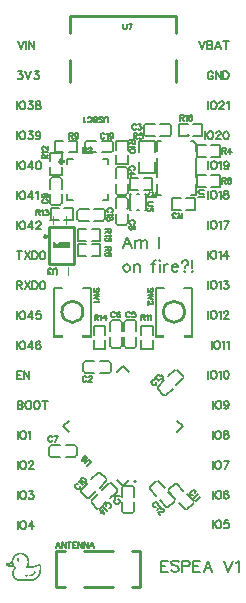
<source format=gto>
G04 Layer: TopSilkscreenLayer*
G04 EasyEDA v6.5.50, 2025-05-29 20:10:11*
G04 51d2a156a5c9454999fc887beed5754f,29d699c3718f4358a2dc827e738e4458,10*
G04 Gerber Generator version 0.2*
G04 Scale: 100 percent, Rotated: No, Reflected: No *
G04 Dimensions in inches *
G04 leading zeros omitted , absolute positions ,3 integer and 6 decimal *
%FSLAX36Y36*%
%MOIN*%

%ADD10C,0.0080*%
%ADD11C,0.0060*%
%ADD12C,0.0100*%
%ADD13C,0.0059*%
%ADD14C,0.0079*%
%ADD15C,0.0049*%
%ADD16C,0.0060*%
%ADD17C,0.0118*%
%ADD18C,0.0171*%

%LPD*%
G36*
X-343660Y-1393360D02*
G01*
X-347140Y-1393720D01*
X-349280Y-1394139D01*
X-351420Y-1394760D01*
X-354180Y-1395800D01*
X-357020Y-1397220D01*
X-359020Y-1398460D01*
X-362120Y-1400900D01*
X-364340Y-1403120D01*
X-365820Y-1404900D01*
X-366900Y-1406399D01*
X-368080Y-1408280D01*
X-369219Y-1410580D01*
X-369980Y-1412340D01*
X-370720Y-1414560D01*
X-371300Y-1416920D01*
X-371680Y-1419100D01*
X-371780Y-1420500D01*
X-373294Y-1421940D01*
X-366079Y-1421940D01*
X-365920Y-1419880D01*
X-365620Y-1418100D01*
X-364820Y-1415120D01*
X-364140Y-1413380D01*
X-363519Y-1412040D01*
X-362360Y-1410060D01*
X-361440Y-1408720D01*
X-360379Y-1407400D01*
X-358960Y-1405860D01*
X-357200Y-1404319D01*
X-355300Y-1402980D01*
X-353100Y-1401680D01*
X-351260Y-1400840D01*
X-349500Y-1400220D01*
X-347879Y-1399760D01*
X-344780Y-1399220D01*
X-341740Y-1399100D01*
X-339680Y-1399240D01*
X-337660Y-1399540D01*
X-335620Y-1400040D01*
X-333700Y-1400700D01*
X-332080Y-1401380D01*
X-330379Y-1402280D01*
X-328540Y-1403480D01*
X-326980Y-1404680D01*
X-325460Y-1406060D01*
X-323980Y-1407700D01*
X-322420Y-1409760D01*
X-321480Y-1411360D01*
X-320460Y-1413380D01*
X-319800Y-1415080D01*
X-319260Y-1416840D01*
X-318840Y-1418760D01*
X-318600Y-1420460D01*
X-318440Y-1423040D01*
X-318540Y-1425040D01*
X-318980Y-1427920D01*
X-319720Y-1430580D01*
X-320900Y-1433440D01*
X-321800Y-1435080D01*
X-322900Y-1436780D01*
X-325220Y-1439600D01*
X-325560Y-1440320D01*
X-325720Y-1441160D01*
X-325540Y-1442200D01*
X-325000Y-1443120D01*
X-324219Y-1443740D01*
X-323300Y-1444060D01*
X-320120Y-1444340D01*
X-312800Y-1444660D01*
X-308160Y-1444500D01*
X-305060Y-1444259D01*
X-301880Y-1443899D01*
X-296640Y-1442940D01*
X-293940Y-1442240D01*
X-291180Y-1441380D01*
X-288680Y-1440440D01*
X-286300Y-1439379D01*
X-284320Y-1438340D01*
X-282180Y-1437060D01*
X-281600Y-1436879D01*
X-280400Y-1436940D01*
X-279660Y-1437300D01*
X-278840Y-1438100D01*
X-278480Y-1439000D01*
X-278440Y-1444019D01*
X-278600Y-1448360D01*
X-279120Y-1453380D01*
X-279400Y-1455240D01*
X-279860Y-1457520D01*
X-281040Y-1461860D01*
X-282460Y-1465560D01*
X-283580Y-1467940D01*
X-284520Y-1469560D01*
X-286020Y-1471840D01*
X-287200Y-1473320D01*
X-288480Y-1474700D01*
X-290020Y-1476140D01*
X-291320Y-1477160D01*
X-293900Y-1478820D01*
X-295800Y-1479780D01*
X-297600Y-1480500D01*
X-299440Y-1481100D01*
X-301960Y-1481660D01*
X-303880Y-1481960D01*
X-307640Y-1482220D01*
X-345660Y-1482160D01*
X-347440Y-1481940D01*
X-349200Y-1481560D01*
X-351040Y-1480980D01*
X-352700Y-1480300D01*
X-353920Y-1479680D01*
X-355400Y-1478800D01*
X-357700Y-1477040D01*
X-359440Y-1475320D01*
X-360660Y-1473839D01*
X-361700Y-1472280D01*
X-362600Y-1470680D01*
X-363280Y-1469120D01*
X-363980Y-1466980D01*
X-364360Y-1465280D01*
X-364620Y-1463580D01*
X-364640Y-1459520D01*
X-363980Y-1456200D01*
X-363360Y-1454280D01*
X-362680Y-1452700D01*
X-361760Y-1451020D01*
X-360800Y-1449560D01*
X-359640Y-1448080D01*
X-356780Y-1445260D01*
X-356420Y-1444520D01*
X-356240Y-1443600D01*
X-356420Y-1442680D01*
X-356880Y-1441819D01*
X-359600Y-1439280D01*
X-361000Y-1437660D01*
X-362120Y-1436120D01*
X-363280Y-1434199D01*
X-364540Y-1431399D01*
X-365120Y-1429700D01*
X-365780Y-1426819D01*
X-366000Y-1425180D01*
X-366079Y-1421940D01*
X-373294Y-1421940D01*
X-376599Y-1424540D01*
X-378500Y-1425800D01*
X-381380Y-1427300D01*
X-382720Y-1427900D01*
X-385080Y-1428700D01*
X-388820Y-1429440D01*
X-389700Y-1429900D01*
X-390420Y-1430680D01*
X-390740Y-1431540D01*
X-390820Y-1432420D01*
X-390580Y-1433380D01*
X-390460Y-1433560D01*
X-381300Y-1433560D01*
X-377840Y-1432060D01*
X-375480Y-1430740D01*
X-372760Y-1428920D01*
X-371500Y-1427980D01*
X-371400Y-1428060D01*
X-371079Y-1429740D01*
X-370160Y-1432820D01*
X-369219Y-1435160D01*
X-368060Y-1437480D01*
X-370680Y-1437180D01*
X-372460Y-1436879D01*
X-374820Y-1436320D01*
X-376520Y-1435760D01*
X-378579Y-1434960D01*
X-381300Y-1433560D01*
X-390460Y-1433560D01*
X-390120Y-1434079D01*
X-388880Y-1435260D01*
X-386940Y-1436759D01*
X-384120Y-1438620D01*
X-381320Y-1440060D01*
X-378940Y-1441020D01*
X-376520Y-1441819D01*
X-373780Y-1442500D01*
X-371200Y-1442940D01*
X-366620Y-1443320D01*
X-363740Y-1443320D01*
X-363400Y-1443660D01*
X-364900Y-1445420D01*
X-366760Y-1448140D01*
X-367760Y-1450040D01*
X-368680Y-1452060D01*
X-369540Y-1454640D01*
X-369980Y-1456500D01*
X-370240Y-1458080D01*
X-370480Y-1461440D01*
X-370360Y-1464079D01*
X-370120Y-1465860D01*
X-369760Y-1467720D01*
X-368940Y-1470440D01*
X-368180Y-1472360D01*
X-367060Y-1474580D01*
X-366040Y-1476200D01*
X-363960Y-1478940D01*
X-361340Y-1481519D01*
X-358920Y-1483400D01*
X-356420Y-1484900D01*
X-353840Y-1486120D01*
X-351480Y-1486920D01*
X-349380Y-1487460D01*
X-347660Y-1487740D01*
X-345220Y-1487980D01*
X-306460Y-1487980D01*
X-304400Y-1487820D01*
X-301960Y-1487520D01*
X-299960Y-1487160D01*
X-296200Y-1486120D01*
X-294200Y-1485380D01*
X-291880Y-1484300D01*
X-290140Y-1483300D01*
X-288300Y-1482100D01*
X-285640Y-1479960D01*
X-283900Y-1478260D01*
X-282260Y-1476420D01*
X-280820Y-1474500D01*
X-279500Y-1472440D01*
X-278460Y-1470580D01*
X-277280Y-1468160D01*
X-276320Y-1465860D01*
X-274960Y-1461720D01*
X-274300Y-1459139D01*
X-273660Y-1455900D01*
X-273220Y-1452880D01*
X-272740Y-1447180D01*
X-272720Y-1438560D01*
X-273200Y-1436699D01*
X-273680Y-1435580D01*
X-274640Y-1434120D01*
X-275760Y-1433020D01*
X-276760Y-1432300D01*
X-277940Y-1431720D01*
X-279140Y-1431320D01*
X-281280Y-1431040D01*
X-282980Y-1431260D01*
X-284240Y-1431660D01*
X-285240Y-1432160D01*
X-287340Y-1433440D01*
X-290140Y-1434800D01*
X-292360Y-1435700D01*
X-294580Y-1436440D01*
X-297640Y-1437260D01*
X-300920Y-1437920D01*
X-303480Y-1438300D01*
X-308680Y-1438779D01*
X-317120Y-1438779D01*
X-317200Y-1438680D01*
X-316160Y-1436860D01*
X-314780Y-1433860D01*
X-314100Y-1431980D01*
X-313580Y-1430180D01*
X-312960Y-1427000D01*
X-312680Y-1424079D01*
X-312780Y-1420840D01*
X-313000Y-1418779D01*
X-313360Y-1416699D01*
X-314100Y-1413959D01*
X-315220Y-1410940D01*
X-316340Y-1408720D01*
X-318180Y-1405780D01*
X-319280Y-1404340D01*
X-320660Y-1402740D01*
X-322780Y-1400680D01*
X-324280Y-1399440D01*
X-326060Y-1398160D01*
X-328940Y-1396519D01*
X-330860Y-1395640D01*
X-332860Y-1394880D01*
X-334920Y-1394280D01*
X-336980Y-1393820D01*
X-339980Y-1393400D01*
G37*
G36*
X-349860Y-1410760D02*
G01*
X-350680Y-1410980D01*
X-351380Y-1411440D01*
X-351920Y-1412040D01*
X-352299Y-1412860D01*
X-352299Y-1421720D01*
X-351840Y-1422600D01*
X-351200Y-1423240D01*
X-350300Y-1423720D01*
X-348680Y-1423720D01*
X-347800Y-1423280D01*
X-347120Y-1422580D01*
X-346800Y-1421980D01*
X-346580Y-1421140D01*
X-346580Y-1413520D01*
X-346719Y-1412740D01*
X-347100Y-1411980D01*
X-347720Y-1411339D01*
X-348320Y-1411000D01*
X-349120Y-1410760D01*
G37*
G36*
X-294500Y-1455860D02*
G01*
X-295240Y-1456060D01*
X-295860Y-1456380D01*
X-296400Y-1456840D01*
X-298560Y-1459740D01*
X-300920Y-1462100D01*
X-303020Y-1463700D01*
X-305120Y-1465040D01*
X-308300Y-1466519D01*
X-310500Y-1467220D01*
X-311120Y-1467580D01*
X-311680Y-1468160D01*
X-312020Y-1468740D01*
X-312280Y-1469700D01*
X-312180Y-1470540D01*
X-311880Y-1471360D01*
X-311060Y-1472240D01*
X-310100Y-1472700D01*
X-309040Y-1472780D01*
X-307660Y-1472400D01*
X-306020Y-1471819D01*
X-304400Y-1471120D01*
X-302360Y-1470100D01*
X-300480Y-1468980D01*
X-299080Y-1468020D01*
X-297340Y-1466639D01*
X-295820Y-1465260D01*
X-294180Y-1463500D01*
X-292880Y-1461879D01*
X-291800Y-1460360D01*
X-291420Y-1459520D01*
X-291340Y-1458300D01*
X-291600Y-1457520D01*
X-292120Y-1456740D01*
X-292840Y-1456220D01*
X-293540Y-1455960D01*
G37*
G36*
X-322180Y-1468040D02*
G01*
X-324020Y-1468120D01*
X-325180Y-1468660D01*
X-325780Y-1469340D01*
X-326180Y-1470140D01*
X-326180Y-1471780D01*
X-325700Y-1472660D01*
X-325000Y-1473340D01*
X-324180Y-1473760D01*
X-320120Y-1473760D01*
X-319240Y-1473300D01*
X-318540Y-1472580D01*
X-318120Y-1471780D01*
X-318120Y-1470140D01*
X-318460Y-1469420D01*
X-319000Y-1468760D01*
X-319780Y-1468260D01*
X-320620Y-1468040D01*
G37*
D10*
X125000Y-1420300D02*
G01*
X125000Y-1457899D01*
X125000Y-1420300D02*
G01*
X148299Y-1420300D01*
X125000Y-1438200D02*
G01*
X139299Y-1438200D01*
X125000Y-1457899D02*
G01*
X148299Y-1457899D01*
X185100Y-1425599D02*
G01*
X181500Y-1422100D01*
X176199Y-1420300D01*
X169000Y-1420300D01*
X163699Y-1422100D01*
X160100Y-1425599D01*
X160100Y-1429200D01*
X161900Y-1432800D01*
X163699Y-1434600D01*
X167199Y-1436399D01*
X178000Y-1440000D01*
X181500Y-1441700D01*
X183299Y-1443499D01*
X185100Y-1447100D01*
X185100Y-1452500D01*
X181500Y-1456100D01*
X176199Y-1457899D01*
X169000Y-1457899D01*
X163699Y-1456100D01*
X160100Y-1452500D01*
X196900Y-1420300D02*
G01*
X196900Y-1457899D01*
X196900Y-1420300D02*
G01*
X213000Y-1420300D01*
X218400Y-1422100D01*
X220199Y-1423899D01*
X221999Y-1427399D01*
X221999Y-1432800D01*
X220199Y-1436399D01*
X218400Y-1438200D01*
X213000Y-1440000D01*
X196900Y-1440000D01*
X233800Y-1420300D02*
G01*
X233800Y-1457899D01*
X233800Y-1420300D02*
G01*
X257100Y-1420300D01*
X233800Y-1438200D02*
G01*
X248099Y-1438200D01*
X233800Y-1457899D02*
G01*
X257100Y-1457899D01*
X283200Y-1420300D02*
G01*
X268899Y-1457899D01*
X283200Y-1420300D02*
G01*
X297500Y-1457899D01*
X274200Y-1445300D02*
G01*
X292100Y-1445300D01*
X336900Y-1420300D02*
G01*
X351199Y-1457899D01*
X365500Y-1420300D02*
G01*
X351199Y-1457899D01*
X377300Y-1427399D02*
G01*
X380900Y-1425599D01*
X386300Y-1420300D01*
X386300Y-1457899D01*
X14299Y-340300D02*
G01*
X0Y-377899D01*
X14299Y-340300D02*
G01*
X28600Y-377899D01*
X5399Y-365300D02*
G01*
X23299Y-365300D01*
X40399Y-352800D02*
G01*
X40399Y-377899D01*
X40399Y-360000D02*
G01*
X45799Y-354600D01*
X49400Y-352800D01*
X54800Y-352800D01*
X58299Y-354600D01*
X60100Y-360000D01*
X60100Y-377899D01*
X60100Y-360000D02*
G01*
X65500Y-354600D01*
X69099Y-352800D01*
X74400Y-352800D01*
X78000Y-354600D01*
X79800Y-360000D01*
X79800Y-377899D01*
X119200Y-340300D02*
G01*
X119200Y-377899D01*
X8899Y-432199D02*
G01*
X5399Y-434000D01*
X1799Y-437500D01*
X0Y-442899D01*
X0Y-446500D01*
X1799Y-451900D01*
X5399Y-455399D01*
X8899Y-457199D01*
X14299Y-457199D01*
X17899Y-455399D01*
X21500Y-451900D01*
X23299Y-446500D01*
X23299Y-442899D01*
X21500Y-437500D01*
X17899Y-434000D01*
X14299Y-432199D01*
X8899Y-432199D01*
X35100Y-432199D02*
G01*
X35100Y-457199D01*
X35100Y-439299D02*
G01*
X40399Y-434000D01*
X44000Y-432199D01*
X49400Y-432199D01*
X53000Y-434000D01*
X54800Y-439299D01*
X54800Y-457199D01*
X108400Y-419600D02*
G01*
X104899Y-419600D01*
X101300Y-421399D01*
X99499Y-426799D01*
X99499Y-457199D01*
X94099Y-432199D02*
G01*
X106700Y-432199D01*
X120300Y-419600D02*
G01*
X121999Y-421399D01*
X123800Y-419600D01*
X121999Y-417899D01*
X120300Y-419600D01*
X121999Y-432199D02*
G01*
X121999Y-457199D01*
X135599Y-432199D02*
G01*
X135599Y-457199D01*
X135599Y-442899D02*
G01*
X137399Y-437500D01*
X140999Y-434000D01*
X144600Y-432199D01*
X150000Y-432199D01*
X161799Y-442899D02*
G01*
X183200Y-442899D01*
X183200Y-439299D01*
X181500Y-435700D01*
X179699Y-434000D01*
X176100Y-432199D01*
X170700Y-432199D01*
X167100Y-434000D01*
X163600Y-437500D01*
X161799Y-442899D01*
X161799Y-446500D01*
X163600Y-451900D01*
X167100Y-455399D01*
X170700Y-457199D01*
X176100Y-457199D01*
X179699Y-455399D01*
X183200Y-451900D01*
X195100Y-428600D02*
G01*
X195100Y-426799D01*
X196900Y-423200D01*
X198600Y-421399D01*
X202199Y-419600D01*
X209400Y-419600D01*
X213000Y-421399D01*
X214699Y-423200D01*
X216500Y-426799D01*
X216500Y-430399D01*
X214699Y-434000D01*
X213000Y-435700D01*
X205799Y-439299D01*
X205799Y-444699D01*
X205799Y-453600D02*
G01*
X204000Y-455399D01*
X205799Y-457199D01*
X207600Y-455399D01*
X205799Y-453600D01*
X230100Y-419600D02*
G01*
X230100Y-444699D01*
X230100Y-453600D02*
G01*
X228299Y-455399D01*
X230100Y-457199D01*
X231900Y-455399D01*
X230100Y-453600D01*
D11*
X-50000Y40100D02*
G01*
X-50000Y53600D01*
X-50900Y56199D01*
X-52699Y58000D01*
X-55399Y58899D01*
X-57199Y58899D01*
X-59800Y58000D01*
X-61599Y56199D01*
X-62500Y53600D01*
X-62500Y40100D01*
X-80999Y42800D02*
G01*
X-79200Y40999D01*
X-76500Y40100D01*
X-72899Y40100D01*
X-70199Y40999D01*
X-68400Y42800D01*
X-68400Y44600D01*
X-69299Y46399D01*
X-70199Y47300D01*
X-71999Y48200D01*
X-77399Y50000D01*
X-79200Y50900D01*
X-80100Y51799D01*
X-80999Y53600D01*
X-80999Y56199D01*
X-79200Y58000D01*
X-76500Y58899D01*
X-72899Y58899D01*
X-70199Y58000D01*
X-68400Y56199D01*
X-86900Y40100D02*
G01*
X-86900Y58899D01*
X-86900Y40100D02*
G01*
X-94899Y40100D01*
X-97600Y40999D01*
X-98499Y41900D01*
X-99400Y43699D01*
X-99400Y45500D01*
X-98499Y47300D01*
X-97600Y48200D01*
X-94899Y49099D01*
X-86900Y49099D02*
G01*
X-94899Y49099D01*
X-97600Y50000D01*
X-98499Y50900D01*
X-99400Y52699D01*
X-99400Y55300D01*
X-98499Y57100D01*
X-97600Y58000D01*
X-94899Y58899D01*
X-86900Y58899D01*
X-118699Y44600D02*
G01*
X-117800Y42800D01*
X-115999Y40999D01*
X-114200Y40100D01*
X-110700Y40100D01*
X-108899Y40999D01*
X-107100Y42800D01*
X-106199Y44600D01*
X-105300Y47300D01*
X-105300Y51799D01*
X-106199Y54499D01*
X-107100Y56199D01*
X-108899Y58000D01*
X-110700Y58899D01*
X-114200Y58899D01*
X-115999Y58000D01*
X-117800Y56199D01*
X-118699Y54499D01*
X-124600Y43699D02*
G01*
X-126399Y42800D01*
X-129099Y40100D01*
X-129099Y58899D01*
X-82500Y-525100D02*
G01*
X-80700Y-523299D01*
X-79800Y-520700D01*
X-79800Y-517100D01*
X-80700Y-514400D01*
X-82500Y-512600D01*
X-84299Y-512600D01*
X-86100Y-513499D01*
X-86999Y-514400D01*
X-87899Y-516199D01*
X-89699Y-521500D01*
X-90599Y-523299D01*
X-91500Y-524200D01*
X-93299Y-525100D01*
X-95900Y-525100D01*
X-97699Y-523299D01*
X-98600Y-520700D01*
X-98600Y-517100D01*
X-97699Y-514400D01*
X-95900Y-512600D01*
X-79800Y-530999D02*
G01*
X-98600Y-535500D01*
X-79800Y-540000D02*
G01*
X-98600Y-535500D01*
X-79800Y-540000D02*
G01*
X-98600Y-544499D01*
X-79800Y-548899D02*
G01*
X-98600Y-544499D01*
X-83400Y-554800D02*
G01*
X-82500Y-556599D01*
X-79800Y-559299D01*
X-98600Y-559299D01*
X97500Y-525100D02*
G01*
X99299Y-523299D01*
X100199Y-520700D01*
X100199Y-517100D01*
X99299Y-514400D01*
X97500Y-512600D01*
X95700Y-512600D01*
X93899Y-513499D01*
X93000Y-514400D01*
X92100Y-516199D01*
X90300Y-521500D01*
X89400Y-523299D01*
X88499Y-524200D01*
X86700Y-525100D01*
X84099Y-525100D01*
X82300Y-523299D01*
X81399Y-520700D01*
X81399Y-517100D01*
X82300Y-514400D01*
X84099Y-512600D01*
X100199Y-530999D02*
G01*
X81399Y-535500D01*
X100199Y-540000D02*
G01*
X81399Y-535500D01*
X100199Y-540000D02*
G01*
X81399Y-544499D01*
X100199Y-548899D02*
G01*
X81399Y-544499D01*
X95700Y-555700D02*
G01*
X96599Y-555700D01*
X98400Y-556599D01*
X99299Y-557500D01*
X100199Y-559299D01*
X100199Y-562899D01*
X99299Y-564699D01*
X98400Y-565599D01*
X96599Y-566500D01*
X94800Y-566500D01*
X93000Y-565599D01*
X90300Y-563800D01*
X81399Y-554800D01*
X81399Y-567399D01*
X0Y369899D02*
G01*
X0Y356399D01*
X900Y353800D01*
X2699Y351999D01*
X5399Y351100D01*
X7199Y351100D01*
X9800Y351999D01*
X11599Y353800D01*
X12500Y356399D01*
X12500Y369899D01*
X30999Y369899D02*
G01*
X21999Y351100D01*
X18400Y369899D02*
G01*
X30999Y369899D01*
D10*
X-351968Y-888733D02*
G01*
X-351968Y-915032D01*
X-351968Y-888733D02*
G01*
X-340668Y-888733D01*
X-336968Y-889933D01*
X-335668Y-891233D01*
X-334468Y-893733D01*
X-334468Y-896233D01*
X-335668Y-898733D01*
X-336968Y-900032D01*
X-340668Y-901233D01*
X-351968Y-901233D02*
G01*
X-340668Y-901233D01*
X-336968Y-902532D01*
X-335668Y-903733D01*
X-334468Y-906233D01*
X-334468Y-910032D01*
X-335668Y-912532D01*
X-336968Y-913733D01*
X-340668Y-915032D01*
X-351968Y-915032D01*
X-318667Y-888733D02*
G01*
X-321167Y-889933D01*
X-323667Y-892433D01*
X-324868Y-895032D01*
X-326167Y-898733D01*
X-326167Y-905032D01*
X-324868Y-908733D01*
X-323667Y-911233D01*
X-321167Y-913733D01*
X-318667Y-915032D01*
X-313667Y-915032D01*
X-311167Y-913733D01*
X-308667Y-911233D01*
X-307368Y-908733D01*
X-306167Y-905032D01*
X-306167Y-898733D01*
X-307368Y-895032D01*
X-308667Y-892433D01*
X-311167Y-889933D01*
X-313667Y-888733D01*
X-318667Y-888733D01*
X-290367Y-888733D02*
G01*
X-292867Y-889933D01*
X-295367Y-892433D01*
X-296568Y-895032D01*
X-297867Y-898733D01*
X-297867Y-905032D01*
X-296568Y-908733D01*
X-295367Y-911233D01*
X-292867Y-913733D01*
X-290367Y-915032D01*
X-285367Y-915032D01*
X-282867Y-913733D01*
X-280268Y-911233D01*
X-279068Y-908733D01*
X-277768Y-905032D01*
X-277768Y-898733D01*
X-279068Y-895032D01*
X-280268Y-892433D01*
X-282867Y-889933D01*
X-285367Y-888733D01*
X-290367Y-888733D01*
X-260767Y-888733D02*
G01*
X-260767Y-915032D01*
X-269567Y-888733D02*
G01*
X-251968Y-888733D01*
X-354369Y-789526D02*
G01*
X-354369Y-815826D01*
X-354369Y-789526D02*
G01*
X-338069Y-789526D01*
X-354369Y-802026D02*
G01*
X-344270Y-802026D01*
X-354369Y-815826D02*
G01*
X-338069Y-815826D01*
X-329769Y-789526D02*
G01*
X-329769Y-815826D01*
X-329769Y-789526D02*
G01*
X-312269Y-815826D01*
X-312269Y-789526D02*
G01*
X-312269Y-815826D01*
X300331Y204173D02*
G01*
X299131Y206772D01*
X296631Y209272D01*
X294131Y210473D01*
X289131Y210473D01*
X286530Y209272D01*
X284030Y206772D01*
X282831Y204173D01*
X281530Y200473D01*
X281530Y194173D01*
X282831Y190473D01*
X284030Y187973D01*
X286530Y185473D01*
X289131Y184173D01*
X294131Y184173D01*
X296631Y185473D01*
X299131Y187973D01*
X300331Y190473D01*
X300331Y194173D01*
X294131Y194173D02*
G01*
X300331Y194173D01*
X308631Y210473D02*
G01*
X308631Y184173D01*
X308631Y210473D02*
G01*
X326131Y184173D01*
X326131Y210473D02*
G01*
X326131Y184173D01*
X334430Y210473D02*
G01*
X334430Y184173D01*
X334430Y210473D02*
G01*
X343231Y210473D01*
X346930Y209272D01*
X349430Y206772D01*
X350731Y204173D01*
X351930Y200473D01*
X351930Y194173D01*
X350731Y190473D01*
X349430Y187973D01*
X346930Y185473D01*
X343231Y184173D01*
X334430Y184173D01*
X251930Y310473D02*
G01*
X262031Y284173D01*
X272031Y310473D02*
G01*
X262031Y284173D01*
X280230Y310473D02*
G01*
X280230Y284173D01*
X280230Y310473D02*
G01*
X291530Y310473D01*
X295331Y309272D01*
X296530Y307973D01*
X297831Y305473D01*
X297831Y302973D01*
X296530Y300473D01*
X295331Y299173D01*
X291530Y297973D01*
X280230Y297973D02*
G01*
X291530Y297973D01*
X295331Y296673D01*
X296530Y295473D01*
X297831Y292973D01*
X297831Y289173D01*
X296530Y286673D01*
X295331Y285473D01*
X291530Y284173D01*
X280230Y284173D01*
X316131Y310473D02*
G01*
X306131Y284173D01*
X316131Y310473D02*
G01*
X326131Y284173D01*
X309830Y292973D02*
G01*
X322330Y292973D01*
X343130Y310473D02*
G01*
X343130Y284173D01*
X334430Y310473D02*
G01*
X351930Y310473D01*
X283533Y-287953D02*
G01*
X283533Y-314252D01*
X299333Y-287953D02*
G01*
X296833Y-289153D01*
X294333Y-291653D01*
X293033Y-294252D01*
X291833Y-297953D01*
X291833Y-304252D01*
X293033Y-307953D01*
X294333Y-310453D01*
X296833Y-312953D01*
X299333Y-314252D01*
X304333Y-314252D01*
X306833Y-312953D01*
X309333Y-310453D01*
X310634Y-307953D01*
X311833Y-304252D01*
X311833Y-297953D01*
X310634Y-294252D01*
X309333Y-291653D01*
X306833Y-289153D01*
X304333Y-287953D01*
X299333Y-287953D01*
X320133Y-292953D02*
G01*
X322633Y-291653D01*
X326334Y-287953D01*
X326334Y-314252D01*
X352134Y-287953D02*
G01*
X339634Y-314252D01*
X334634Y-287953D02*
G01*
X352134Y-287953D01*
X282235Y-387953D02*
G01*
X282235Y-414252D01*
X298034Y-387953D02*
G01*
X295534Y-389153D01*
X293034Y-391653D01*
X291734Y-394252D01*
X290534Y-397953D01*
X290534Y-404252D01*
X291734Y-407953D01*
X293034Y-410453D01*
X295534Y-412953D01*
X298034Y-414252D01*
X303034Y-414252D01*
X305534Y-412953D01*
X308034Y-410453D01*
X309335Y-407953D01*
X310534Y-404252D01*
X310534Y-397953D01*
X309335Y-394252D01*
X308034Y-391653D01*
X305534Y-389153D01*
X303034Y-387953D01*
X298034Y-387953D01*
X318834Y-392953D02*
G01*
X321334Y-391653D01*
X325034Y-387953D01*
X325034Y-414252D01*
X345835Y-387953D02*
G01*
X333335Y-405453D01*
X352134Y-405453D01*
X345835Y-387953D02*
G01*
X345835Y-414252D01*
X283533Y-487952D02*
G01*
X283533Y-514252D01*
X299333Y-487952D02*
G01*
X296833Y-489151D01*
X294333Y-491651D01*
X293033Y-494252D01*
X291833Y-497952D01*
X291833Y-504252D01*
X293033Y-507952D01*
X294333Y-510452D01*
X296833Y-512952D01*
X299333Y-514252D01*
X304333Y-514252D01*
X306833Y-512952D01*
X309333Y-510452D01*
X310634Y-507952D01*
X311833Y-504252D01*
X311833Y-497952D01*
X310634Y-494252D01*
X309333Y-491651D01*
X306833Y-489151D01*
X304333Y-487952D01*
X299333Y-487952D01*
X320133Y-492952D02*
G01*
X322633Y-491651D01*
X326334Y-487952D01*
X326334Y-514252D01*
X337134Y-487952D02*
G01*
X350934Y-487952D01*
X343434Y-497952D01*
X347134Y-497952D01*
X349634Y-499252D01*
X350934Y-500452D01*
X352134Y-504252D01*
X352134Y-506752D01*
X350934Y-510452D01*
X348434Y-512952D01*
X344634Y-514252D01*
X340934Y-514252D01*
X337134Y-512952D01*
X335934Y-511752D01*
X334634Y-509252D01*
X283533Y-587952D02*
G01*
X283533Y-614252D01*
X299333Y-587952D02*
G01*
X296833Y-589151D01*
X294333Y-591651D01*
X293033Y-594252D01*
X291833Y-597952D01*
X291833Y-604252D01*
X293033Y-607952D01*
X294333Y-610452D01*
X296833Y-612952D01*
X299333Y-614252D01*
X304333Y-614252D01*
X306833Y-612952D01*
X309333Y-610452D01*
X310634Y-607952D01*
X311833Y-604252D01*
X311833Y-597952D01*
X310634Y-594252D01*
X309333Y-591651D01*
X306833Y-589151D01*
X304333Y-587952D01*
X299333Y-587952D01*
X320133Y-592952D02*
G01*
X322633Y-591651D01*
X326334Y-587952D01*
X326334Y-614252D01*
X335934Y-594252D02*
G01*
X335934Y-592952D01*
X337134Y-590452D01*
X338434Y-589151D01*
X340934Y-587952D01*
X345934Y-587952D01*
X348434Y-589151D01*
X349634Y-590452D01*
X350934Y-592952D01*
X350934Y-595452D01*
X349634Y-597952D01*
X347134Y-601752D01*
X334634Y-614252D01*
X352134Y-614252D01*
X294735Y-687952D02*
G01*
X294735Y-714252D01*
X310534Y-687952D02*
G01*
X308034Y-689151D01*
X305534Y-691651D01*
X304234Y-694252D01*
X303034Y-697952D01*
X303034Y-704252D01*
X304234Y-707952D01*
X305534Y-710452D01*
X308034Y-712952D01*
X310534Y-714252D01*
X315534Y-714252D01*
X318034Y-712952D01*
X320534Y-710452D01*
X321835Y-707952D01*
X323034Y-704252D01*
X323034Y-697952D01*
X321835Y-694252D01*
X320534Y-691651D01*
X318034Y-689151D01*
X315534Y-687952D01*
X310534Y-687952D01*
X331334Y-692952D02*
G01*
X333834Y-691651D01*
X337534Y-687952D01*
X337534Y-714252D01*
X345835Y-692952D02*
G01*
X348335Y-691651D01*
X352134Y-687952D01*
X352134Y-714252D01*
X283533Y-787952D02*
G01*
X283533Y-814252D01*
X299333Y-787952D02*
G01*
X296833Y-789151D01*
X294333Y-791651D01*
X293033Y-794252D01*
X291833Y-797952D01*
X291833Y-804252D01*
X293033Y-807952D01*
X294333Y-810452D01*
X296833Y-812952D01*
X299333Y-814252D01*
X304333Y-814252D01*
X306833Y-812952D01*
X309333Y-810452D01*
X310634Y-807952D01*
X311833Y-804252D01*
X311833Y-797952D01*
X310634Y-794252D01*
X309333Y-791651D01*
X306833Y-789151D01*
X304333Y-787952D01*
X299333Y-787952D01*
X320133Y-792952D02*
G01*
X322633Y-791651D01*
X326334Y-787952D01*
X326334Y-814252D01*
X342134Y-787952D02*
G01*
X338434Y-789151D01*
X335934Y-792952D01*
X334634Y-799252D01*
X334634Y-802952D01*
X335934Y-809252D01*
X338434Y-812952D01*
X342134Y-814252D01*
X344634Y-814252D01*
X348434Y-812952D01*
X350934Y-809252D01*
X352134Y-802952D01*
X352134Y-799252D01*
X350934Y-792952D01*
X348434Y-789151D01*
X344634Y-787952D01*
X342134Y-787952D01*
X299234Y-887952D02*
G01*
X299234Y-914252D01*
X315034Y-887952D02*
G01*
X312534Y-889151D01*
X310034Y-891651D01*
X308735Y-894252D01*
X307534Y-897952D01*
X307534Y-904252D01*
X308735Y-907952D01*
X310034Y-910452D01*
X312534Y-912952D01*
X315034Y-914252D01*
X320034Y-914252D01*
X322534Y-912952D01*
X325034Y-910452D01*
X326334Y-907952D01*
X327534Y-904252D01*
X327534Y-897952D01*
X326334Y-894252D01*
X325034Y-891651D01*
X322534Y-889151D01*
X320034Y-887952D01*
X315034Y-887952D01*
X352134Y-896752D02*
G01*
X350835Y-900452D01*
X348335Y-902952D01*
X344535Y-904252D01*
X343335Y-904252D01*
X339535Y-902952D01*
X337035Y-900452D01*
X335835Y-896752D01*
X335835Y-895452D01*
X337035Y-891651D01*
X339535Y-889151D01*
X343335Y-887952D01*
X344535Y-887952D01*
X348335Y-889151D01*
X350835Y-891651D01*
X352134Y-896752D01*
X352134Y-902952D01*
X350835Y-909252D01*
X348335Y-912952D01*
X344535Y-914252D01*
X342035Y-914252D01*
X338335Y-912952D01*
X337035Y-910452D01*
X298036Y-987950D02*
G01*
X298036Y-1014250D01*
X313836Y-987950D02*
G01*
X311336Y-989151D01*
X308836Y-991651D01*
X307536Y-994250D01*
X306336Y-997950D01*
X306336Y-1004250D01*
X307536Y-1007950D01*
X308836Y-1010450D01*
X311336Y-1012950D01*
X313836Y-1014250D01*
X318836Y-1014250D01*
X321336Y-1012950D01*
X323836Y-1010450D01*
X325136Y-1007950D01*
X326336Y-1004250D01*
X326336Y-997950D01*
X325136Y-994250D01*
X323836Y-991651D01*
X321336Y-989151D01*
X318836Y-987950D01*
X313836Y-987950D01*
X340835Y-987950D02*
G01*
X337136Y-989151D01*
X335835Y-991651D01*
X335835Y-994250D01*
X337136Y-996750D01*
X339636Y-997950D01*
X344636Y-999250D01*
X348436Y-1000450D01*
X350936Y-1002950D01*
X352136Y-1005450D01*
X352136Y-1009250D01*
X350936Y-1011750D01*
X349636Y-1012950D01*
X345936Y-1014250D01*
X340835Y-1014250D01*
X337136Y-1012950D01*
X335835Y-1011750D01*
X334636Y-1009250D01*
X334636Y-1005450D01*
X335835Y-1002950D01*
X338335Y-1000450D01*
X342136Y-999250D01*
X347136Y-997950D01*
X349636Y-996750D01*
X350936Y-994250D01*
X350936Y-991651D01*
X349636Y-989151D01*
X345936Y-987950D01*
X340835Y-987950D01*
X298036Y-1087950D02*
G01*
X298036Y-1114250D01*
X313836Y-1087950D02*
G01*
X311336Y-1089151D01*
X308836Y-1091651D01*
X307536Y-1094250D01*
X306336Y-1097950D01*
X306336Y-1104250D01*
X307536Y-1107950D01*
X308836Y-1110450D01*
X311336Y-1112950D01*
X313836Y-1114250D01*
X318836Y-1114250D01*
X321336Y-1112950D01*
X323836Y-1110450D01*
X325136Y-1107950D01*
X326336Y-1104250D01*
X326336Y-1097950D01*
X325136Y-1094250D01*
X323836Y-1091651D01*
X321336Y-1089151D01*
X318836Y-1087950D01*
X313836Y-1087950D01*
X352136Y-1087950D02*
G01*
X339636Y-1114250D01*
X334636Y-1087950D02*
G01*
X352136Y-1087950D01*
X299234Y-1187950D02*
G01*
X299234Y-1214250D01*
X315034Y-1187950D02*
G01*
X312534Y-1189151D01*
X310034Y-1191651D01*
X308735Y-1194250D01*
X307534Y-1197950D01*
X307534Y-1204250D01*
X308735Y-1207950D01*
X310034Y-1210450D01*
X312534Y-1212950D01*
X315034Y-1214250D01*
X320034Y-1214250D01*
X322534Y-1212950D01*
X325034Y-1210450D01*
X326334Y-1207950D01*
X327534Y-1204250D01*
X327534Y-1197950D01*
X326334Y-1194250D01*
X325034Y-1191651D01*
X322534Y-1189151D01*
X320034Y-1187950D01*
X315034Y-1187950D01*
X350835Y-1191651D02*
G01*
X349634Y-1189151D01*
X345835Y-1187950D01*
X343335Y-1187950D01*
X339535Y-1189151D01*
X337035Y-1192950D01*
X335835Y-1199250D01*
X335835Y-1205450D01*
X337035Y-1210450D01*
X339535Y-1212950D01*
X343335Y-1214250D01*
X344535Y-1214250D01*
X348335Y-1212950D01*
X350835Y-1210450D01*
X352134Y-1206750D01*
X352134Y-1205450D01*
X350835Y-1201750D01*
X348335Y-1199250D01*
X344535Y-1197950D01*
X343335Y-1197950D01*
X339535Y-1199250D01*
X337035Y-1201750D01*
X335835Y-1205450D01*
X299212Y-1286376D02*
G01*
X299212Y-1312676D01*
X315012Y-1286376D02*
G01*
X312512Y-1287575D01*
X310012Y-1290075D01*
X308712Y-1292676D01*
X307512Y-1296376D01*
X307512Y-1302676D01*
X308712Y-1306376D01*
X310012Y-1308876D01*
X312512Y-1311376D01*
X315012Y-1312676D01*
X320012Y-1312676D01*
X322512Y-1311376D01*
X325012Y-1308876D01*
X326313Y-1306376D01*
X327512Y-1302676D01*
X327512Y-1296376D01*
X326313Y-1292676D01*
X325012Y-1290075D01*
X322512Y-1287575D01*
X320012Y-1286376D01*
X315012Y-1286376D01*
X350812Y-1286376D02*
G01*
X338312Y-1286376D01*
X337013Y-1297676D01*
X338312Y-1296376D01*
X342013Y-1295176D01*
X345812Y-1295176D01*
X349612Y-1296376D01*
X352112Y-1298876D01*
X353312Y-1302676D01*
X353312Y-1305176D01*
X352112Y-1308876D01*
X349612Y-1311376D01*
X345812Y-1312676D01*
X342013Y-1312676D01*
X338312Y-1311376D01*
X337013Y-1310176D01*
X335812Y-1307676D01*
X-351968Y-1288733D02*
G01*
X-351968Y-1315032D01*
X-336167Y-1288733D02*
G01*
X-338667Y-1289933D01*
X-341167Y-1292433D01*
X-342467Y-1295032D01*
X-343667Y-1298733D01*
X-343667Y-1305032D01*
X-342467Y-1308733D01*
X-341167Y-1311233D01*
X-338667Y-1313733D01*
X-336167Y-1315032D01*
X-331167Y-1315032D01*
X-328667Y-1313733D01*
X-326167Y-1311233D01*
X-324868Y-1308733D01*
X-323667Y-1305032D01*
X-323667Y-1298733D01*
X-324868Y-1295032D01*
X-326167Y-1292433D01*
X-328667Y-1289933D01*
X-331167Y-1288733D01*
X-336167Y-1288733D01*
X-302867Y-1288733D02*
G01*
X-315367Y-1306233D01*
X-296568Y-1306233D01*
X-302867Y-1288733D02*
G01*
X-302867Y-1315032D01*
X-351968Y-1188733D02*
G01*
X-351968Y-1215032D01*
X-336167Y-1188733D02*
G01*
X-338667Y-1189933D01*
X-341167Y-1192433D01*
X-342467Y-1195032D01*
X-343667Y-1198733D01*
X-343667Y-1205032D01*
X-342467Y-1208733D01*
X-341167Y-1211233D01*
X-338667Y-1213733D01*
X-336167Y-1215032D01*
X-331167Y-1215032D01*
X-328667Y-1213733D01*
X-326167Y-1211233D01*
X-324868Y-1208733D01*
X-323667Y-1205032D01*
X-323667Y-1198733D01*
X-324868Y-1195032D01*
X-326167Y-1192433D01*
X-328667Y-1189933D01*
X-331167Y-1188733D01*
X-336167Y-1188733D01*
X-312867Y-1188733D02*
G01*
X-299068Y-1188733D01*
X-306667Y-1198733D01*
X-302867Y-1198733D01*
X-300367Y-1200032D01*
X-299068Y-1201233D01*
X-297867Y-1205032D01*
X-297867Y-1207532D01*
X-299068Y-1211233D01*
X-301568Y-1213733D01*
X-305367Y-1215032D01*
X-309167Y-1215032D01*
X-312867Y-1213733D01*
X-314167Y-1212532D01*
X-315367Y-1210032D01*
X-351968Y-1088733D02*
G01*
X-351968Y-1115032D01*
X-336167Y-1088733D02*
G01*
X-338667Y-1089933D01*
X-341167Y-1092433D01*
X-342467Y-1095032D01*
X-343667Y-1098733D01*
X-343667Y-1105032D01*
X-342467Y-1108733D01*
X-341167Y-1111233D01*
X-338667Y-1113733D01*
X-336167Y-1115032D01*
X-331167Y-1115032D01*
X-328667Y-1113733D01*
X-326167Y-1111233D01*
X-324868Y-1108733D01*
X-323667Y-1105032D01*
X-323667Y-1098733D01*
X-324868Y-1095032D01*
X-326167Y-1092433D01*
X-328667Y-1089933D01*
X-331167Y-1088733D01*
X-336167Y-1088733D01*
X-314167Y-1095032D02*
G01*
X-314167Y-1093733D01*
X-312867Y-1091233D01*
X-311667Y-1089933D01*
X-309167Y-1088733D01*
X-304068Y-1088733D01*
X-301568Y-1089933D01*
X-300367Y-1091233D01*
X-299068Y-1093733D01*
X-299068Y-1096233D01*
X-300367Y-1098733D01*
X-302867Y-1102532D01*
X-315367Y-1115032D01*
X-297867Y-1115032D01*
X-351968Y-988733D02*
G01*
X-351968Y-1015032D01*
X-336167Y-988733D02*
G01*
X-338667Y-989933D01*
X-341167Y-992433D01*
X-342467Y-995032D01*
X-343667Y-998733D01*
X-343667Y-1005032D01*
X-342467Y-1008733D01*
X-341167Y-1011233D01*
X-338667Y-1013733D01*
X-336167Y-1015032D01*
X-331167Y-1015032D01*
X-328667Y-1013733D01*
X-326167Y-1011233D01*
X-324868Y-1008733D01*
X-323667Y-1005032D01*
X-323667Y-998733D01*
X-324868Y-995032D01*
X-326167Y-992433D01*
X-328667Y-989933D01*
X-331167Y-988733D01*
X-336167Y-988733D01*
X-315367Y-993733D02*
G01*
X-312867Y-992433D01*
X-309167Y-988733D01*
X-309167Y-1015032D01*
X-349468Y211264D02*
G01*
X-335668Y211264D01*
X-343168Y201264D01*
X-339468Y201264D01*
X-336968Y199965D01*
X-335668Y198764D01*
X-334468Y194965D01*
X-334468Y192465D01*
X-335668Y188764D01*
X-338168Y186264D01*
X-341968Y184965D01*
X-345668Y184965D01*
X-349468Y186264D01*
X-350668Y187465D01*
X-351968Y189965D01*
X-326168Y211264D02*
G01*
X-316168Y184965D01*
X-306168Y211264D02*
G01*
X-316168Y184965D01*
X-295369Y211264D02*
G01*
X-281568Y211264D01*
X-289068Y201264D01*
X-285369Y201264D01*
X-282869Y199965D01*
X-281568Y198764D01*
X-280268Y194965D01*
X-280268Y192465D01*
X-281568Y188764D01*
X-284068Y186264D01*
X-287869Y184965D01*
X-291568Y184965D01*
X-295369Y186264D01*
X-296568Y187465D01*
X-297869Y189965D01*
X-351968Y311264D02*
G01*
X-341968Y284965D01*
X-331968Y311264D02*
G01*
X-341968Y284965D01*
X-323668Y311264D02*
G01*
X-323668Y284965D01*
X-315369Y311264D02*
G01*
X-315369Y284965D01*
X-315369Y311264D02*
G01*
X-297869Y284965D01*
X-297869Y311264D02*
G01*
X-297869Y284965D01*
X283434Y-187917D02*
G01*
X283434Y-214218D01*
X299234Y-187917D02*
G01*
X296734Y-189218D01*
X294234Y-191718D01*
X293033Y-194218D01*
X291734Y-197917D01*
X291734Y-204218D01*
X293033Y-208018D01*
X294234Y-210518D01*
X296734Y-213018D01*
X299234Y-214218D01*
X304234Y-214218D01*
X306734Y-213018D01*
X309234Y-210518D01*
X310533Y-208018D01*
X311734Y-204218D01*
X311734Y-197917D01*
X310533Y-194218D01*
X309234Y-191718D01*
X306734Y-189218D01*
X304234Y-187917D01*
X299234Y-187917D01*
X320034Y-192917D02*
G01*
X322534Y-191718D01*
X326334Y-187917D01*
X326334Y-214218D01*
X340833Y-187917D02*
G01*
X337033Y-189218D01*
X335833Y-191718D01*
X335833Y-194218D01*
X337033Y-196718D01*
X339634Y-197917D01*
X344634Y-199218D01*
X348333Y-200417D01*
X350833Y-202917D01*
X352134Y-205518D01*
X352134Y-209218D01*
X350833Y-211718D01*
X349634Y-213018D01*
X345833Y-214218D01*
X340833Y-214218D01*
X337033Y-213018D01*
X335833Y-211718D01*
X334533Y-209218D01*
X334533Y-205518D01*
X335833Y-202917D01*
X338333Y-200417D01*
X342134Y-199218D01*
X347134Y-197917D01*
X349634Y-196718D01*
X350833Y-194218D01*
X350833Y-191718D01*
X349634Y-189218D01*
X345833Y-187917D01*
X340833Y-187917D01*
X284529Y-89526D02*
G01*
X284529Y-115826D01*
X300329Y-89526D02*
G01*
X297829Y-90725D01*
X295329Y-93225D01*
X294128Y-95725D01*
X292829Y-99526D01*
X292829Y-105826D01*
X294128Y-109526D01*
X295329Y-112026D01*
X297829Y-114526D01*
X300329Y-115826D01*
X305329Y-115826D01*
X307829Y-114526D01*
X310329Y-112026D01*
X311628Y-109526D01*
X312829Y-105826D01*
X312829Y-99526D01*
X311628Y-95725D01*
X310329Y-93225D01*
X307829Y-90725D01*
X305329Y-89526D01*
X300329Y-89526D01*
X321129Y-94526D02*
G01*
X323629Y-93225D01*
X327429Y-89526D01*
X327429Y-115826D01*
X351929Y-98326D02*
G01*
X350729Y-102026D01*
X348229Y-104526D01*
X344429Y-105826D01*
X343229Y-105826D01*
X339429Y-104526D01*
X336929Y-102026D01*
X335628Y-98326D01*
X335628Y-97026D01*
X336929Y-93225D01*
X339429Y-90725D01*
X343229Y-89526D01*
X344429Y-89526D01*
X348229Y-90725D01*
X350729Y-93225D01*
X351929Y-98326D01*
X351929Y-104526D01*
X350729Y-110826D01*
X348229Y-114526D01*
X344429Y-115826D01*
X341929Y-115826D01*
X338229Y-114526D01*
X336929Y-112026D01*
X271927Y10473D02*
G01*
X271927Y-15826D01*
X287728Y10473D02*
G01*
X285228Y9274D01*
X282728Y6774D01*
X281527Y4274D01*
X280228Y473D01*
X280228Y-5826D01*
X281527Y-9526D01*
X282728Y-12026D01*
X285228Y-14526D01*
X287728Y-15826D01*
X292728Y-15826D01*
X295228Y-14526D01*
X297728Y-12026D01*
X299027Y-9526D01*
X300228Y-5826D01*
X300228Y473D01*
X299027Y4274D01*
X297728Y6774D01*
X295228Y9274D01*
X292728Y10473D01*
X287728Y10473D01*
X309828Y4274D02*
G01*
X309828Y5473D01*
X311028Y7973D01*
X312328Y9274D01*
X314828Y10473D01*
X319828Y10473D01*
X322328Y9274D01*
X323528Y7973D01*
X324828Y5473D01*
X324828Y2973D01*
X323528Y473D01*
X321028Y-3326D01*
X308528Y-15826D01*
X326127Y-15826D01*
X341828Y10473D02*
G01*
X338128Y9274D01*
X335628Y5473D01*
X334328Y-826D01*
X334328Y-4526D01*
X335628Y-10826D01*
X338128Y-14526D01*
X341828Y-15826D01*
X344328Y-15826D01*
X348128Y-14526D01*
X350628Y-10826D01*
X351927Y-4526D01*
X351927Y-826D01*
X350628Y5473D01*
X348128Y9274D01*
X344328Y10473D01*
X341828Y10473D01*
X283227Y110473D02*
G01*
X283227Y84173D01*
X299027Y110473D02*
G01*
X296527Y109272D01*
X294027Y106772D01*
X292827Y104272D01*
X291527Y100473D01*
X291527Y94173D01*
X292827Y90473D01*
X294027Y87973D01*
X296527Y85473D01*
X299027Y84173D01*
X304027Y84173D01*
X306527Y85473D01*
X309027Y87973D01*
X310327Y90473D01*
X311527Y94173D01*
X311527Y100473D01*
X310327Y104272D01*
X309027Y106772D01*
X306527Y109272D01*
X304027Y110473D01*
X299027Y110473D01*
X321127Y104272D02*
G01*
X321127Y105473D01*
X322328Y107973D01*
X323627Y109272D01*
X326127Y110473D01*
X331127Y110473D01*
X333627Y109272D01*
X334828Y107973D01*
X336127Y105473D01*
X336127Y102973D01*
X334828Y100473D01*
X332328Y96673D01*
X319828Y84173D01*
X337427Y84173D01*
X345628Y105473D02*
G01*
X348128Y106772D01*
X351927Y110473D01*
X351927Y84173D01*
X-354371Y110471D02*
G01*
X-354371Y84171D01*
X-338571Y110471D02*
G01*
X-341071Y109272D01*
X-343571Y106772D01*
X-344771Y104272D01*
X-346071Y100471D01*
X-346071Y94171D01*
X-344771Y90471D01*
X-343571Y87971D01*
X-341071Y85471D01*
X-338571Y84171D01*
X-333571Y84171D01*
X-331071Y85471D01*
X-328571Y87971D01*
X-327271Y90471D01*
X-326071Y94171D01*
X-326071Y100471D01*
X-327271Y104272D01*
X-328571Y106772D01*
X-331071Y109272D01*
X-333571Y110471D01*
X-338571Y110471D01*
X-315270Y110471D02*
G01*
X-301471Y110471D01*
X-308971Y100471D01*
X-305270Y100471D01*
X-302770Y99171D01*
X-301471Y97971D01*
X-300171Y94171D01*
X-300171Y91671D01*
X-301471Y87971D01*
X-303971Y85471D01*
X-307770Y84171D01*
X-311471Y84171D01*
X-315270Y85471D01*
X-316471Y86671D01*
X-317770Y89171D01*
X-285671Y110471D02*
G01*
X-289470Y109272D01*
X-290671Y106772D01*
X-290671Y104272D01*
X-289470Y101671D01*
X-286970Y100471D01*
X-281970Y99171D01*
X-278171Y97971D01*
X-275671Y95471D01*
X-274371Y92971D01*
X-274371Y89171D01*
X-275671Y86671D01*
X-276871Y85471D01*
X-280671Y84171D01*
X-285671Y84171D01*
X-289470Y85471D01*
X-290671Y86671D01*
X-291970Y89171D01*
X-291970Y92971D01*
X-290671Y95471D01*
X-288171Y97971D01*
X-284470Y99171D01*
X-279470Y100471D01*
X-276871Y101671D01*
X-275671Y104272D01*
X-275671Y106772D01*
X-276871Y109272D01*
X-280671Y110471D01*
X-285671Y110471D01*
X-354369Y10471D02*
G01*
X-354369Y-15828D01*
X-338569Y10471D02*
G01*
X-341069Y9272D01*
X-343569Y6772D01*
X-344769Y4272D01*
X-346069Y471D01*
X-346069Y-5828D01*
X-344769Y-9528D01*
X-343569Y-12028D01*
X-341069Y-14528D01*
X-338569Y-15828D01*
X-333569Y-15828D01*
X-331069Y-14528D01*
X-328569Y-12028D01*
X-327269Y-9528D01*
X-326069Y-5828D01*
X-326069Y471D01*
X-327269Y4272D01*
X-328569Y6772D01*
X-331069Y9272D01*
X-333569Y10471D01*
X-338569Y10471D01*
X-315268Y10471D02*
G01*
X-301469Y10471D01*
X-308969Y471D01*
X-305268Y471D01*
X-302768Y-828D01*
X-301469Y-2028D01*
X-300169Y-5828D01*
X-300169Y-8328D01*
X-301469Y-12028D01*
X-303969Y-14528D01*
X-307768Y-15828D01*
X-311469Y-15828D01*
X-315268Y-14528D01*
X-316469Y-13328D01*
X-317768Y-10828D01*
X-275668Y1671D02*
G01*
X-276869Y-2028D01*
X-279468Y-4528D01*
X-283168Y-5828D01*
X-284468Y-5828D01*
X-288168Y-4528D01*
X-290668Y-2028D01*
X-291968Y1671D01*
X-291968Y2971D01*
X-290668Y6772D01*
X-288168Y9272D01*
X-284468Y10471D01*
X-283168Y10471D01*
X-279468Y9272D01*
X-276869Y6772D01*
X-275668Y1671D01*
X-275668Y-4528D01*
X-276869Y-10828D01*
X-279468Y-14528D01*
X-283168Y-15828D01*
X-285668Y-15828D01*
X-289468Y-14528D01*
X-290668Y-12028D01*
X-354369Y-89528D02*
G01*
X-354369Y-115828D01*
X-338569Y-89528D02*
G01*
X-341069Y-90727D01*
X-343569Y-93227D01*
X-344769Y-95727D01*
X-346069Y-99528D01*
X-346069Y-105828D01*
X-344769Y-109528D01*
X-343569Y-112028D01*
X-341069Y-114528D01*
X-338569Y-115828D01*
X-333569Y-115828D01*
X-331069Y-114528D01*
X-328569Y-112028D01*
X-327269Y-109528D01*
X-326069Y-105828D01*
X-326069Y-99528D01*
X-327269Y-95727D01*
X-328569Y-93227D01*
X-331069Y-90727D01*
X-333569Y-89528D01*
X-338569Y-89528D01*
X-305270Y-89528D02*
G01*
X-317770Y-107028D01*
X-298969Y-107028D01*
X-305270Y-89528D02*
G01*
X-305270Y-115828D01*
X-283170Y-89528D02*
G01*
X-286970Y-90727D01*
X-289470Y-94528D01*
X-290670Y-100828D01*
X-290670Y-104528D01*
X-289470Y-110828D01*
X-286970Y-114528D01*
X-283170Y-115828D01*
X-280670Y-115828D01*
X-276869Y-114528D01*
X-274369Y-110828D01*
X-273170Y-104528D01*
X-273170Y-100828D01*
X-274369Y-94528D01*
X-276869Y-90727D01*
X-280670Y-89528D01*
X-283170Y-89528D01*
X-354369Y-189528D02*
G01*
X-354369Y-215828D01*
X-338569Y-189528D02*
G01*
X-341069Y-190727D01*
X-343569Y-193227D01*
X-344769Y-195727D01*
X-346069Y-199528D01*
X-346069Y-205828D01*
X-344769Y-209528D01*
X-343569Y-212028D01*
X-341069Y-214528D01*
X-338569Y-215828D01*
X-333569Y-215828D01*
X-331069Y-214528D01*
X-328569Y-212028D01*
X-327269Y-209528D01*
X-326069Y-205828D01*
X-326069Y-199528D01*
X-327269Y-195727D01*
X-328569Y-193227D01*
X-331069Y-190727D01*
X-333569Y-189528D01*
X-338569Y-189528D01*
X-305268Y-189528D02*
G01*
X-317768Y-207028D01*
X-298969Y-207028D01*
X-305268Y-189528D02*
G01*
X-305268Y-215828D01*
X-290668Y-194528D02*
G01*
X-288168Y-193227D01*
X-284468Y-189528D01*
X-284468Y-215828D01*
X-354369Y-289528D02*
G01*
X-354369Y-315828D01*
X-338569Y-289528D02*
G01*
X-341069Y-290727D01*
X-343569Y-293227D01*
X-344769Y-295727D01*
X-346069Y-299528D01*
X-346069Y-305828D01*
X-344769Y-309528D01*
X-343569Y-312028D01*
X-341069Y-314528D01*
X-338569Y-315828D01*
X-333569Y-315828D01*
X-331069Y-314528D01*
X-328569Y-312028D01*
X-327269Y-309528D01*
X-326069Y-305828D01*
X-326069Y-299528D01*
X-327269Y-295727D01*
X-328569Y-293227D01*
X-331069Y-290727D01*
X-333569Y-289528D01*
X-338569Y-289528D01*
X-305270Y-289528D02*
G01*
X-317770Y-307028D01*
X-298969Y-307028D01*
X-305270Y-289528D02*
G01*
X-305270Y-315828D01*
X-289470Y-295727D02*
G01*
X-289470Y-294528D01*
X-288170Y-292028D01*
X-286970Y-290727D01*
X-284470Y-289528D01*
X-279470Y-289528D01*
X-276869Y-290727D01*
X-275670Y-292028D01*
X-274369Y-294528D01*
X-274369Y-297028D01*
X-275670Y-299528D01*
X-278170Y-303328D01*
X-290670Y-315828D01*
X-273170Y-315828D01*
X-345569Y-389502D02*
G01*
X-345569Y-415803D01*
X-354369Y-389502D02*
G01*
X-336869Y-389502D01*
X-328569Y-389502D02*
G01*
X-311069Y-415803D01*
X-311069Y-389502D02*
G01*
X-328569Y-415803D01*
X-302770Y-389502D02*
G01*
X-302770Y-415803D01*
X-302770Y-389502D02*
G01*
X-293969Y-389502D01*
X-290270Y-390803D01*
X-287770Y-393303D01*
X-286469Y-395803D01*
X-285169Y-399502D01*
X-285169Y-405803D01*
X-286469Y-409603D01*
X-287770Y-412103D01*
X-290270Y-414603D01*
X-293969Y-415803D01*
X-302770Y-415803D01*
X-269470Y-389502D02*
G01*
X-273170Y-390803D01*
X-275670Y-394502D01*
X-276970Y-400803D01*
X-276970Y-404502D01*
X-275670Y-410803D01*
X-273170Y-414603D01*
X-269470Y-415803D01*
X-266970Y-415803D01*
X-263170Y-414603D01*
X-260670Y-410803D01*
X-259369Y-404502D01*
X-259369Y-400803D01*
X-260670Y-394502D01*
X-263170Y-390803D01*
X-266970Y-389502D01*
X-269470Y-389502D01*
X-354371Y-489502D02*
G01*
X-354371Y-515803D01*
X-354371Y-489502D02*
G01*
X-343070Y-489502D01*
X-339371Y-490803D01*
X-338070Y-492002D01*
X-336871Y-494502D01*
X-336871Y-497002D01*
X-338070Y-499502D01*
X-339371Y-500803D01*
X-343070Y-502002D01*
X-354371Y-502002D01*
X-345570Y-502002D02*
G01*
X-336871Y-515803D01*
X-328571Y-489502D02*
G01*
X-311071Y-515803D01*
X-311071Y-489502D02*
G01*
X-328571Y-515803D01*
X-302770Y-489502D02*
G01*
X-302770Y-515803D01*
X-302770Y-489502D02*
G01*
X-293971Y-489502D01*
X-290270Y-490803D01*
X-287770Y-493303D01*
X-286471Y-495803D01*
X-285171Y-499502D01*
X-285171Y-505803D01*
X-286471Y-509603D01*
X-287770Y-512103D01*
X-290270Y-514603D01*
X-293971Y-515803D01*
X-302770Y-515803D01*
X-269470Y-489502D02*
G01*
X-273171Y-490803D01*
X-275671Y-494502D01*
X-276970Y-500803D01*
X-276970Y-504502D01*
X-275671Y-510803D01*
X-273171Y-514603D01*
X-269470Y-515803D01*
X-266970Y-515803D01*
X-263171Y-514603D01*
X-260671Y-510803D01*
X-259371Y-504502D01*
X-259371Y-500803D01*
X-260671Y-494502D01*
X-263171Y-490803D01*
X-266970Y-489502D01*
X-269470Y-489502D01*
X-354369Y-589528D02*
G01*
X-354369Y-615828D01*
X-338569Y-589528D02*
G01*
X-341069Y-590727D01*
X-343569Y-593227D01*
X-344769Y-595727D01*
X-346069Y-599528D01*
X-346069Y-605828D01*
X-344769Y-609528D01*
X-343569Y-612028D01*
X-341069Y-614528D01*
X-338569Y-615828D01*
X-333569Y-615828D01*
X-331069Y-614528D01*
X-328569Y-612028D01*
X-327269Y-609528D01*
X-326069Y-605828D01*
X-326069Y-599528D01*
X-327269Y-595727D01*
X-328569Y-593227D01*
X-331069Y-590727D01*
X-333569Y-589528D01*
X-338569Y-589528D01*
X-305270Y-589528D02*
G01*
X-317770Y-607028D01*
X-298969Y-607028D01*
X-305270Y-589528D02*
G01*
X-305270Y-615828D01*
X-275670Y-589528D02*
G01*
X-288170Y-589528D01*
X-289470Y-600828D01*
X-288170Y-599528D01*
X-284470Y-598328D01*
X-280670Y-598328D01*
X-276869Y-599528D01*
X-274369Y-602028D01*
X-273170Y-605828D01*
X-273170Y-608328D01*
X-274369Y-612028D01*
X-276869Y-614528D01*
X-280670Y-615828D01*
X-284470Y-615828D01*
X-288170Y-614528D01*
X-289470Y-613328D01*
X-290670Y-610828D01*
X-354371Y-689528D02*
G01*
X-354371Y-715828D01*
X-338571Y-689528D02*
G01*
X-341071Y-690727D01*
X-343571Y-693227D01*
X-344771Y-695727D01*
X-346071Y-699528D01*
X-346071Y-705828D01*
X-344771Y-709528D01*
X-343571Y-712028D01*
X-341071Y-714528D01*
X-338571Y-715828D01*
X-333571Y-715828D01*
X-331071Y-714528D01*
X-328571Y-712028D01*
X-327271Y-709528D01*
X-326071Y-705828D01*
X-326071Y-699528D01*
X-327271Y-695727D01*
X-328571Y-693227D01*
X-331071Y-690727D01*
X-333571Y-689528D01*
X-338571Y-689528D01*
X-305270Y-689528D02*
G01*
X-317770Y-707028D01*
X-298971Y-707028D01*
X-305270Y-689528D02*
G01*
X-305270Y-715828D01*
X-275671Y-693227D02*
G01*
X-276871Y-690727D01*
X-280671Y-689528D01*
X-283171Y-689528D01*
X-286970Y-690727D01*
X-289470Y-694528D01*
X-290671Y-700828D01*
X-290671Y-707028D01*
X-289470Y-712028D01*
X-286970Y-714528D01*
X-283171Y-715828D01*
X-281970Y-715828D01*
X-278171Y-714528D01*
X-275671Y-712028D01*
X-274371Y-708328D01*
X-274371Y-707028D01*
X-275671Y-703328D01*
X-278171Y-700828D01*
X-281970Y-699528D01*
X-283171Y-699528D01*
X-286970Y-700828D01*
X-289470Y-703328D01*
X-290671Y-707028D01*
D11*
X115484Y-1235817D02*
G01*
X116221Y-1233944D01*
X116354Y-1231403D01*
X115817Y-1229463D01*
X113409Y-1226786D01*
X111536Y-1226051D01*
X108993Y-1225918D01*
X107053Y-1226453D01*
X104520Y-1227525D01*
X101176Y-1230536D01*
X99771Y-1233011D01*
X99036Y-1234884D01*
X98903Y-1237426D01*
X99438Y-1239367D01*
X101846Y-1242042D01*
X103719Y-1242777D01*
X106262Y-1242910D01*
X108202Y-1242375D01*
X120102Y-1239600D02*
G01*
X121975Y-1240336D01*
X125720Y-1240461D01*
X111750Y-1253040D01*
X126927Y-1248526D02*
G01*
X127595Y-1247923D01*
X129535Y-1247388D01*
X130806Y-1247455D01*
X132680Y-1248189D01*
X135088Y-1250864D01*
X135625Y-1252804D01*
X135558Y-1254076D01*
X134823Y-1255949D01*
X133485Y-1257154D01*
X131619Y-1257622D01*
X128409Y-1258092D01*
X115765Y-1257500D01*
X124128Y-1266788D01*
X330046Y-145142D02*
G01*
X330046Y-163942D01*
X330046Y-145142D02*
G01*
X338047Y-145142D01*
X340747Y-146042D01*
X341646Y-146941D01*
X342546Y-148742D01*
X342546Y-150542D01*
X341646Y-152341D01*
X340747Y-153141D01*
X338047Y-154041D01*
X330046Y-154041D01*
X336246Y-154041D02*
G01*
X342546Y-163942D01*
X359146Y-147842D02*
G01*
X358247Y-146042D01*
X355547Y-145142D01*
X353847Y-145142D01*
X351147Y-146042D01*
X349346Y-148742D01*
X348447Y-153141D01*
X348447Y-157642D01*
X349346Y-161242D01*
X351147Y-163042D01*
X353847Y-163942D01*
X354646Y-163942D01*
X357346Y-163042D01*
X359146Y-161242D01*
X360046Y-158542D01*
X360046Y-157642D01*
X359146Y-154942D01*
X357346Y-153141D01*
X354646Y-152341D01*
X353847Y-152341D01*
X351147Y-153141D01*
X349346Y-154942D01*
X348447Y-157642D01*
X-118984Y-1104041D02*
G01*
X-109508Y-1094565D01*
X-108236Y-1092020D01*
X-108305Y-1089546D01*
X-109578Y-1086999D01*
X-110851Y-1085727D01*
X-113398Y-1084454D01*
X-115871Y-1084384D01*
X-118418Y-1085657D01*
X-127892Y-1095131D01*
X-137793Y-1081556D02*
G01*
X-138429Y-1083465D01*
X-137085Y-1085940D01*
X-135812Y-1087213D01*
X-133409Y-1088485D01*
X-130226Y-1087849D01*
X-126408Y-1085302D01*
X-123225Y-1082121D01*
X-121316Y-1078939D01*
X-121388Y-1076464D01*
X-122590Y-1073989D01*
X-123225Y-1073353D01*
X-125772Y-1072080D01*
X-128247Y-1072010D01*
X-130792Y-1073283D01*
X-131428Y-1073919D01*
X-132701Y-1076464D01*
X-132701Y-1079009D01*
X-131428Y-1081556D01*
X-130792Y-1082192D01*
X-128317Y-1083393D01*
X-125772Y-1083393D01*
X-123225Y-1082121D01*
X-121586Y-809610D02*
G01*
X-122485Y-807811D01*
X-124286Y-806010D01*
X-126086Y-805111D01*
X-129585Y-805111D01*
X-131386Y-806010D01*
X-133186Y-807811D01*
X-134086Y-809610D01*
X-134985Y-812310D01*
X-134985Y-816810D01*
X-134086Y-819411D01*
X-133186Y-821210D01*
X-131386Y-823011D01*
X-129585Y-823910D01*
X-126086Y-823910D01*
X-124286Y-823011D01*
X-122485Y-821210D01*
X-121586Y-819411D01*
X-114785Y-809610D02*
G01*
X-114785Y-808710D01*
X-113886Y-806911D01*
X-112986Y-806010D01*
X-111185Y-805111D01*
X-107586Y-805111D01*
X-105785Y-806010D01*
X-104886Y-806911D01*
X-104086Y-808710D01*
X-104086Y-810511D01*
X-104886Y-812310D01*
X-106685Y-815010D01*
X-115686Y-823910D01*
X-103186Y-823910D01*
X34960Y4902D02*
G01*
X34960Y-13897D01*
X34960Y4902D02*
G01*
X43060Y4902D01*
X45760Y4002D01*
X46660Y3103D01*
X47559Y1302D01*
X47559Y-497D01*
X46660Y-2296D01*
X45760Y-3197D01*
X43060Y-4097D01*
X34960Y-4097D01*
X41260Y-4097D02*
G01*
X47559Y-13897D01*
X64160Y4902D02*
G01*
X55259Y4902D01*
X54360Y-3197D01*
X55259Y-2296D01*
X57860Y-1397D01*
X60560Y-1397D01*
X63260Y-2296D01*
X65059Y-4097D01*
X65960Y-6797D01*
X65960Y-8596D01*
X65059Y-11197D01*
X63260Y-12997D01*
X60560Y-13897D01*
X57860Y-13897D01*
X55259Y-12997D01*
X54360Y-12096D01*
X53460Y-10396D01*
X269821Y-185025D02*
G01*
X256421Y-185025D01*
X253721Y-185925D01*
X251921Y-187725D01*
X251120Y-190324D01*
X251120Y-192125D01*
X251921Y-194825D01*
X253721Y-196624D01*
X256421Y-197525D01*
X269821Y-197525D01*
X266320Y-203425D02*
G01*
X267220Y-205225D01*
X269821Y-207925D01*
X251120Y-207925D01*
X-134699Y-43099D02*
G01*
X-134699Y-56500D01*
X-133800Y-59200D01*
X-132100Y-60999D01*
X-129400Y-61900D01*
X-127600Y-61900D01*
X-124899Y-60999D01*
X-123099Y-59200D01*
X-122199Y-56500D01*
X-122199Y-43099D01*
X-115399Y-47600D02*
G01*
X-115399Y-46700D01*
X-114499Y-44899D01*
X-113600Y-44000D01*
X-111799Y-43099D01*
X-108200Y-43099D01*
X-106500Y-44000D01*
X-105599Y-44899D01*
X-104699Y-46700D01*
X-104699Y-48499D01*
X-105599Y-50300D01*
X-107399Y-53000D01*
X-116300Y-61900D01*
X-103800Y-61900D01*
X-220023Y-464877D02*
G01*
X-220023Y-451478D01*
X-220923Y-448778D01*
X-222723Y-446977D01*
X-225324Y-446078D01*
X-227123Y-446078D01*
X-229823Y-446977D01*
X-231624Y-448778D01*
X-232523Y-451478D01*
X-232523Y-464877D01*
X-240223Y-464877D02*
G01*
X-250023Y-464877D01*
X-244724Y-457678D01*
X-247424Y-457678D01*
X-249124Y-456777D01*
X-250023Y-455877D01*
X-250923Y-453278D01*
X-250923Y-451478D01*
X-250023Y-448778D01*
X-248323Y-446977D01*
X-245623Y-446078D01*
X-242923Y-446078D01*
X-240223Y-446977D01*
X-239324Y-447878D01*
X-238423Y-449677D01*
X-216822Y-1359184D02*
G01*
X-224023Y-1377883D01*
X-216822Y-1359184D02*
G01*
X-209722Y-1377883D01*
X-221323Y-1371684D02*
G01*
X-212323Y-1371684D01*
X-203823Y-1359184D02*
G01*
X-203823Y-1377883D01*
X-203823Y-1359184D02*
G01*
X-191222Y-1377883D01*
X-191222Y-1359184D02*
G01*
X-191222Y-1377883D01*
X-179122Y-1359184D02*
G01*
X-179122Y-1377883D01*
X-185322Y-1359184D02*
G01*
X-172822Y-1359184D01*
X-166923Y-1359184D02*
G01*
X-166923Y-1377883D01*
X-166923Y-1359184D02*
G01*
X-155322Y-1359184D01*
X-166923Y-1368083D02*
G01*
X-159722Y-1368083D01*
X-166923Y-1377883D02*
G01*
X-155322Y-1377883D01*
X-149423Y-1359184D02*
G01*
X-149423Y-1377883D01*
X-149423Y-1359184D02*
G01*
X-136822Y-1377883D01*
X-136822Y-1359184D02*
G01*
X-136822Y-1377883D01*
X-130922Y-1359184D02*
G01*
X-130922Y-1377883D01*
X-130922Y-1359184D02*
G01*
X-118422Y-1377883D01*
X-118422Y-1359184D02*
G01*
X-118422Y-1377883D01*
X-105322Y-1359184D02*
G01*
X-112523Y-1377883D01*
X-105322Y-1359184D02*
G01*
X-98222Y-1377883D01*
X-109823Y-1371684D02*
G01*
X-100922Y-1371684D01*
X99908Y-224981D02*
G01*
X86408Y-224981D01*
X83708Y-225882D01*
X82008Y-227681D01*
X81109Y-230381D01*
X81109Y-232181D01*
X82008Y-234881D01*
X83708Y-236682D01*
X86408Y-237481D01*
X99908Y-237481D01*
X99908Y-254182D02*
G01*
X99908Y-245181D01*
X91808Y-244281D01*
X92708Y-245181D01*
X93609Y-247881D01*
X93609Y-250581D01*
X92708Y-253281D01*
X90909Y-255082D01*
X88209Y-255981D01*
X86408Y-255981D01*
X83708Y-255082D01*
X82008Y-253281D01*
X81109Y-250581D01*
X81109Y-247881D01*
X82008Y-245181D01*
X82908Y-244281D01*
X84609Y-243481D01*
X43389Y30378D02*
G01*
X42489Y32177D01*
X40689Y33978D01*
X38989Y34877D01*
X35389Y34877D01*
X33589Y33978D01*
X31788Y32177D01*
X30889Y30378D01*
X29989Y27678D01*
X29989Y23278D01*
X30889Y20578D01*
X31788Y18778D01*
X33589Y16977D01*
X35389Y16078D01*
X38989Y16078D01*
X40689Y16977D01*
X42489Y18778D01*
X43389Y20578D01*
X51089Y34877D02*
G01*
X60988Y34877D01*
X55588Y27678D01*
X58288Y27678D01*
X60088Y26777D01*
X60988Y25877D01*
X61889Y23278D01*
X61889Y21478D01*
X60988Y18778D01*
X59189Y16977D01*
X56489Y16078D01*
X53789Y16078D01*
X51089Y16977D01*
X50189Y17878D01*
X49288Y19677D01*
X-39583Y-258398D02*
G01*
X-37784Y-257498D01*
X-35983Y-255698D01*
X-35183Y-253899D01*
X-35183Y-250399D01*
X-35983Y-248598D01*
X-37784Y-246799D01*
X-39583Y-245898D01*
X-42283Y-244998D01*
X-46783Y-244998D01*
X-49484Y-245898D01*
X-51284Y-246799D01*
X-52984Y-248598D01*
X-53883Y-250399D01*
X-53883Y-253899D01*
X-52984Y-255698D01*
X-51284Y-257498D01*
X-49484Y-258398D01*
X-38683Y-264299D02*
G01*
X-37784Y-266098D01*
X-35183Y-268798D01*
X-53883Y-268798D01*
X-35183Y-279198D02*
G01*
X-35983Y-276498D01*
X-37784Y-275599D01*
X-39583Y-275599D01*
X-41383Y-276498D01*
X-42283Y-278299D01*
X-43184Y-281898D01*
X-44083Y-284499D01*
X-45884Y-286298D01*
X-47683Y-287199D01*
X-50383Y-287199D01*
X-52184Y-286298D01*
X-52984Y-285399D01*
X-53883Y-282799D01*
X-53883Y-279198D01*
X-52984Y-276498D01*
X-52184Y-275599D01*
X-50383Y-274699D01*
X-47683Y-274699D01*
X-45884Y-275599D01*
X-44083Y-277399D01*
X-43184Y-280099D01*
X-42283Y-283699D01*
X-41383Y-285399D01*
X-39583Y-286298D01*
X-37784Y-286298D01*
X-35983Y-285399D01*
X-35183Y-282799D01*
X-35183Y-279198D01*
X-61599Y399D02*
G01*
X-62500Y2199D01*
X-64299Y4000D01*
X-66100Y4899D01*
X-69600Y4899D01*
X-71399Y4000D01*
X-73200Y2199D01*
X-74099Y399D01*
X-75000Y-2300D01*
X-75000Y-6799D01*
X-74099Y-9499D01*
X-73200Y-11199D01*
X-71399Y-13000D01*
X-69600Y-13899D01*
X-66100Y-13899D01*
X-64299Y-13000D01*
X-62500Y-11199D01*
X-61599Y-9499D01*
X-55700Y1300D02*
G01*
X-53899Y2199D01*
X-51199Y4899D01*
X-51199Y-13899D01*
X-33699Y-1399D02*
G01*
X-34600Y-4099D01*
X-36300Y-5900D01*
X-39000Y-6799D01*
X-39899Y-6799D01*
X-42600Y-5900D01*
X-44400Y-4099D01*
X-45300Y-1399D01*
X-45300Y-500D01*
X-44400Y2199D01*
X-42600Y4000D01*
X-39899Y4899D01*
X-39000Y4899D01*
X-36300Y4000D01*
X-34600Y2199D01*
X-33699Y-1399D01*
X-33699Y-5900D01*
X-34600Y-10300D01*
X-36300Y-13000D01*
X-39000Y-13899D01*
X-40799Y-13899D01*
X-43499Y-13000D01*
X-44400Y-11199D01*
X195037Y-279882D02*
G01*
X195037Y-261082D01*
X195037Y-279882D02*
G01*
X186938Y-279882D01*
X184238Y-278982D01*
X183337Y-278083D01*
X182438Y-276282D01*
X182438Y-274483D01*
X183337Y-272683D01*
X184238Y-271783D01*
X186938Y-270882D01*
X195037Y-270882D01*
X188737Y-270882D02*
G01*
X182438Y-261082D01*
X174738Y-279882D02*
G01*
X164938Y-279882D01*
X170338Y-272683D01*
X167638Y-272683D01*
X165837Y-271783D01*
X164938Y-270882D01*
X164038Y-268182D01*
X164038Y-266482D01*
X164938Y-263782D01*
X166738Y-261983D01*
X169438Y-261082D01*
X172137Y-261082D01*
X174738Y-261983D01*
X175637Y-262883D01*
X176538Y-264683D01*
X190000Y64899D02*
G01*
X190000Y46100D01*
X190000Y64899D02*
G01*
X198099Y64899D01*
X200700Y64000D01*
X201599Y63099D01*
X202500Y61300D01*
X202500Y59499D01*
X201599Y57699D01*
X200700Y56799D01*
X198099Y55900D01*
X190000Y55900D01*
X196300Y55900D02*
G01*
X202500Y46100D01*
X208400Y61300D02*
G01*
X210199Y62199D01*
X212899Y64899D01*
X212899Y46100D01*
X229499Y62199D02*
G01*
X228699Y64000D01*
X225999Y64899D01*
X224200Y64899D01*
X221500Y64000D01*
X219699Y61300D01*
X218800Y56799D01*
X218800Y52300D01*
X219699Y48800D01*
X221500Y46999D01*
X224200Y46100D01*
X225100Y46100D01*
X227800Y46999D01*
X229499Y48800D01*
X230399Y51399D01*
X230399Y52300D01*
X229499Y55000D01*
X227800Y56799D01*
X225100Y57699D01*
X224200Y57699D01*
X221500Y56799D01*
X219699Y55000D01*
X218800Y52300D01*
X-25432Y-1216547D02*
G01*
X-27132Y-1217447D01*
X-28933Y-1219247D01*
X-29832Y-1221048D01*
X-29832Y-1224648D01*
X-28933Y-1226448D01*
X-27132Y-1228247D01*
X-25432Y-1229148D01*
X-22732Y-1230048D01*
X-18233Y-1230048D01*
X-15533Y-1229148D01*
X-13733Y-1228247D01*
X-11932Y-1226448D01*
X-11033Y-1224648D01*
X-11033Y-1221048D01*
X-11932Y-1219247D01*
X-13733Y-1217447D01*
X-15533Y-1216547D01*
X-26332Y-1210648D02*
G01*
X-27132Y-1208847D01*
X-29832Y-1206248D01*
X-11033Y-1206248D01*
X35351Y-118458D02*
G01*
X37152Y-117559D01*
X38951Y-115758D01*
X39852Y-113958D01*
X39852Y-110358D01*
X38951Y-108559D01*
X37152Y-106759D01*
X35351Y-105859D01*
X32752Y-104958D01*
X28252Y-104958D01*
X25551Y-105859D01*
X23751Y-106759D01*
X21952Y-108559D01*
X21051Y-110358D01*
X21051Y-113958D01*
X21952Y-115758D01*
X23751Y-117559D01*
X25551Y-118458D01*
X39852Y-133258D02*
G01*
X27352Y-124358D01*
X27352Y-137759D01*
X39852Y-133258D02*
G01*
X21051Y-133258D01*
X23386Y-594589D02*
G01*
X22487Y-592790D01*
X20787Y-590990D01*
X18987Y-590090D01*
X15387Y-590090D01*
X13587Y-590990D01*
X11786Y-592790D01*
X10886Y-594589D01*
X9987Y-597289D01*
X9987Y-601790D01*
X10886Y-604490D01*
X11786Y-606289D01*
X13587Y-607989D01*
X15387Y-608890D01*
X18987Y-608890D01*
X20787Y-607989D01*
X22487Y-606289D01*
X23386Y-604490D01*
X40086Y-590090D02*
G01*
X31087Y-590090D01*
X30187Y-598189D01*
X31087Y-597289D01*
X33787Y-596390D01*
X36487Y-596390D01*
X39187Y-597289D01*
X40987Y-599090D01*
X41887Y-601790D01*
X41887Y-603589D01*
X40987Y-606289D01*
X39187Y-607989D01*
X36487Y-608890D01*
X33787Y-608890D01*
X31087Y-607989D01*
X30187Y-607089D01*
X29286Y-605390D01*
X-26568Y-594589D02*
G01*
X-27469Y-592790D01*
X-29268Y-590990D01*
X-31069Y-590090D01*
X-34668Y-590090D01*
X-36469Y-590990D01*
X-38168Y-592790D01*
X-39068Y-594589D01*
X-39969Y-597289D01*
X-39969Y-601790D01*
X-39068Y-604490D01*
X-38168Y-606289D01*
X-36469Y-607989D01*
X-34668Y-608890D01*
X-31069Y-608890D01*
X-29268Y-607989D01*
X-27469Y-606289D01*
X-26568Y-604490D01*
X-9969Y-592790D02*
G01*
X-10868Y-590990D01*
X-13469Y-590090D01*
X-15268Y-590090D01*
X-17968Y-590990D01*
X-19769Y-593690D01*
X-20668Y-598189D01*
X-20668Y-602689D01*
X-19769Y-606289D01*
X-17968Y-607989D01*
X-15268Y-608890D01*
X-14369Y-608890D01*
X-11768Y-607989D01*
X-9969Y-606289D01*
X-9068Y-603589D01*
X-9068Y-602689D01*
X-9969Y-599989D01*
X-11768Y-598189D01*
X-14369Y-597289D01*
X-15268Y-597289D01*
X-17968Y-598189D01*
X-19769Y-599989D01*
X-20668Y-602689D01*
X-236613Y-1009583D02*
G01*
X-237512Y-1007784D01*
X-239212Y-1005983D01*
X-241012Y-1005183D01*
X-244612Y-1005183D01*
X-246412Y-1005983D01*
X-248213Y-1007784D01*
X-249113Y-1009583D01*
X-250012Y-1012283D01*
X-250012Y-1016783D01*
X-249113Y-1019484D01*
X-248213Y-1021284D01*
X-246412Y-1022984D01*
X-244612Y-1023883D01*
X-241012Y-1023883D01*
X-239212Y-1022984D01*
X-237512Y-1021284D01*
X-236613Y-1019484D01*
X-218112Y-1005183D02*
G01*
X-227112Y-1023883D01*
X-230713Y-1005183D02*
G01*
X-218112Y-1005183D01*
X35399Y-298400D02*
G01*
X37199Y-297500D01*
X39000Y-295700D01*
X39899Y-293899D01*
X39899Y-290399D01*
X39000Y-288600D01*
X37199Y-286799D01*
X35399Y-285900D01*
X32699Y-285000D01*
X28200Y-285000D01*
X25500Y-285900D01*
X23800Y-286799D01*
X21999Y-288600D01*
X21100Y-290399D01*
X21100Y-293899D01*
X21999Y-295700D01*
X23800Y-297500D01*
X25500Y-298400D01*
X39899Y-308800D02*
G01*
X39000Y-306100D01*
X37199Y-305199D01*
X35399Y-305199D01*
X33600Y-306100D01*
X32699Y-307899D01*
X31799Y-311500D01*
X30900Y-314200D01*
X29099Y-315999D01*
X27300Y-316900D01*
X24699Y-316900D01*
X22899Y-315999D01*
X21999Y-315100D01*
X21100Y-312399D01*
X21100Y-308800D01*
X21999Y-306100D01*
X22899Y-305199D01*
X24699Y-304299D01*
X27300Y-304299D01*
X29099Y-305199D01*
X30900Y-306999D01*
X31799Y-309699D01*
X32699Y-313299D01*
X33600Y-315100D01*
X35399Y-315999D01*
X37199Y-315999D01*
X39000Y-315100D01*
X39899Y-312399D01*
X39899Y-308800D01*
X-265376Y-216590D02*
G01*
X-267175Y-217491D01*
X-268975Y-219290D01*
X-269875Y-221091D01*
X-269875Y-224591D01*
X-268975Y-226390D01*
X-267175Y-228191D01*
X-265376Y-229090D01*
X-262676Y-229991D01*
X-258276Y-229991D01*
X-255576Y-229090D01*
X-253775Y-228191D01*
X-251975Y-226390D01*
X-251075Y-224591D01*
X-251075Y-221091D01*
X-251975Y-219290D01*
X-253775Y-217491D01*
X-255576Y-216590D01*
X-263575Y-198991D02*
G01*
X-260875Y-199890D01*
X-259176Y-201691D01*
X-258276Y-204391D01*
X-258276Y-205291D01*
X-259176Y-207991D01*
X-260875Y-209791D01*
X-263575Y-210691D01*
X-264475Y-210691D01*
X-267175Y-209791D01*
X-268975Y-207991D01*
X-269875Y-205291D01*
X-269875Y-204391D01*
X-268975Y-201691D01*
X-267175Y-199890D01*
X-263575Y-198991D01*
X-259176Y-198991D01*
X-254675Y-199890D01*
X-251975Y-201691D01*
X-251075Y-204391D01*
X-251075Y-206190D01*
X-251975Y-208890D01*
X-253775Y-209791D01*
X-151370Y-1164625D02*
G01*
X-153279Y-1163989D01*
X-155824Y-1163989D01*
X-157734Y-1164625D01*
X-160279Y-1167170D01*
X-160916Y-1169079D01*
X-160846Y-1171554D01*
X-160208Y-1173463D01*
X-158935Y-1176010D01*
X-155824Y-1179121D01*
X-153279Y-1180394D01*
X-151370Y-1181030D01*
X-148895Y-1181100D01*
X-146986Y-1180464D01*
X-144441Y-1177919D01*
X-143804Y-1176010D01*
X-143804Y-1173463D01*
X-144441Y-1171554D01*
X-147835Y-1159816D02*
G01*
X-147197Y-1157908D01*
X-147197Y-1154090D01*
X-133904Y-1167382D01*
X-139279Y-1146170D02*
G01*
X-140480Y-1148645D01*
X-139845Y-1151826D01*
X-137298Y-1155644D01*
X-135459Y-1157483D01*
X-131642Y-1160028D01*
X-128460Y-1160666D01*
X-125985Y-1159463D01*
X-124711Y-1158191D01*
X-123440Y-1155644D01*
X-124076Y-1152462D01*
X-126622Y-1148645D01*
X-128460Y-1146806D01*
X-132278Y-1144261D01*
X-135459Y-1143623D01*
X-138006Y-1144897D01*
X-139279Y-1146170D01*
X240506Y-1195407D02*
G01*
X241208Y-1193521D01*
X241298Y-1190976D01*
X240729Y-1189047D01*
X238274Y-1186413D01*
X236388Y-1185711D01*
X233912Y-1185695D01*
X231981Y-1186264D01*
X229393Y-1187447D01*
X226102Y-1190516D01*
X224740Y-1193016D01*
X224112Y-1194834D01*
X223955Y-1197305D01*
X224524Y-1199236D01*
X226979Y-1201869D01*
X228865Y-1202570D01*
X231408Y-1202660D01*
X233265Y-1202159D01*
X245189Y-1199108D02*
G01*
X247074Y-1199810D01*
X250891Y-1199944D01*
X237141Y-1212766D01*
X252282Y-1206714D02*
G01*
X254167Y-1207417D01*
X257914Y-1207476D01*
X244166Y-1220299D01*
X103589Y-819605D02*
G01*
X101680Y-818969D01*
X99135Y-818969D01*
X97296Y-819677D01*
X94749Y-822222D01*
X94113Y-823989D01*
X94113Y-826536D01*
X94749Y-828445D01*
X96023Y-830990D01*
X99205Y-834173D01*
X101750Y-835446D01*
X103659Y-836082D01*
X106134Y-836010D01*
X107973Y-835446D01*
X110518Y-832899D01*
X111154Y-830990D01*
X111226Y-828515D01*
X110590Y-826606D01*
X107125Y-814798D02*
G01*
X107761Y-812889D01*
X107831Y-809140D01*
X121055Y-822363D01*
X113276Y-803695D02*
G01*
X120205Y-796766D01*
X121408Y-805605D01*
X123317Y-803695D01*
X125226Y-803060D01*
X126500Y-803060D01*
X129045Y-804333D01*
X130318Y-805605D01*
X131590Y-808150D01*
X131520Y-810626D01*
X130246Y-813171D01*
X128409Y-815010D01*
X125862Y-816282D01*
X124661Y-816354D01*
X122752Y-815716D01*
X-48587Y-1245374D02*
G01*
X-46678Y-1246010D01*
X-44131Y-1246010D01*
X-42222Y-1245374D01*
X-39747Y-1242899D01*
X-39112Y-1240990D01*
X-39112Y-1238445D01*
X-39747Y-1236536D01*
X-41021Y-1233989D01*
X-44203Y-1230808D01*
X-46748Y-1229535D01*
X-48587Y-1228969D01*
X-51132Y-1228969D01*
X-53042Y-1229605D01*
X-55516Y-1232080D01*
X-56152Y-1233989D01*
X-56152Y-1236536D01*
X-55587Y-1238373D01*
X-52123Y-1250183D02*
G01*
X-52759Y-1252091D01*
X-52759Y-1255909D01*
X-66053Y-1242617D01*
X-63224Y-1266376D02*
G01*
X-65841Y-1251172D01*
X-75315Y-1260648D01*
X-63224Y-1266376D02*
G01*
X-76518Y-1253081D01*
X330046Y-45151D02*
G01*
X330046Y-63951D01*
X330046Y-45151D02*
G01*
X338047Y-45151D01*
X340747Y-46051D01*
X341646Y-46950D01*
X342546Y-48751D01*
X342546Y-50551D01*
X341646Y-52251D01*
X340747Y-53150D01*
X338047Y-54050D01*
X330046Y-54050D01*
X336246Y-54050D02*
G01*
X342546Y-63951D01*
X357346Y-45151D02*
G01*
X348447Y-57651D01*
X361846Y-57651D01*
X357346Y-45151D02*
G01*
X357346Y-63951D01*
X110000Y-209899D02*
G01*
X110000Y-191100D01*
X110000Y-209899D02*
G01*
X101900Y-209899D01*
X99299Y-209000D01*
X98400Y-208099D01*
X97500Y-206300D01*
X97500Y-204499D01*
X98400Y-202699D01*
X99299Y-201799D01*
X101900Y-200900D01*
X110000Y-200900D01*
X103699Y-200900D02*
G01*
X97500Y-191100D01*
X79000Y-209899D02*
G01*
X88000Y-191100D01*
X91599Y-209899D02*
G01*
X79000Y-209899D01*
X-40174Y-374972D02*
G01*
X-58973Y-374972D01*
X-40174Y-374972D02*
G01*
X-40174Y-383072D01*
X-41073Y-385772D01*
X-41974Y-386673D01*
X-43674Y-387573D01*
X-45473Y-387573D01*
X-47274Y-386673D01*
X-48173Y-385772D01*
X-49074Y-383072D01*
X-49074Y-374972D01*
X-49074Y-381273D02*
G01*
X-58973Y-387573D01*
X-40174Y-397872D02*
G01*
X-41073Y-395172D01*
X-42773Y-394373D01*
X-44573Y-394373D01*
X-46374Y-395172D01*
X-47274Y-396972D01*
X-48173Y-400572D01*
X-49074Y-403272D01*
X-50873Y-405073D01*
X-52674Y-405972D01*
X-55374Y-405972D01*
X-57173Y-405073D01*
X-58074Y-404173D01*
X-58973Y-401473D01*
X-58973Y-397872D01*
X-58074Y-395172D01*
X-57173Y-394373D01*
X-55374Y-393472D01*
X-52674Y-393472D01*
X-50873Y-394373D01*
X-49074Y-396073D01*
X-48173Y-398773D01*
X-47274Y-402372D01*
X-46374Y-404173D01*
X-44573Y-405073D01*
X-42773Y-405073D01*
X-41073Y-404173D01*
X-40174Y-401473D01*
X-40174Y-397872D01*
X-180000Y4899D02*
G01*
X-180000Y-13899D01*
X-180000Y4899D02*
G01*
X-171900Y4899D01*
X-169299Y4000D01*
X-168400Y3099D01*
X-167500Y1300D01*
X-167500Y-500D01*
X-168400Y-2300D01*
X-169299Y-3200D01*
X-171900Y-4099D01*
X-180000Y-4099D01*
X-173699Y-4099D02*
G01*
X-167500Y-13899D01*
X-149899Y-1399D02*
G01*
X-150799Y-4099D01*
X-152600Y-5900D01*
X-155300Y-6799D01*
X-156199Y-6799D01*
X-158899Y-5900D01*
X-160700Y-4099D01*
X-161599Y-1399D01*
X-161599Y-500D01*
X-160700Y2199D01*
X-158899Y4000D01*
X-156199Y4899D01*
X-155300Y4899D01*
X-152600Y4000D01*
X-150799Y2199D01*
X-149899Y-1399D01*
X-149899Y-5900D01*
X-150799Y-10300D01*
X-152600Y-13000D01*
X-155300Y-13899D01*
X-157100Y-13899D01*
X-159800Y-13000D01*
X-160700Y-11199D01*
X39899Y-20000D02*
G01*
X21100Y-20000D01*
X39899Y-20000D02*
G01*
X39899Y-28099D01*
X39000Y-30700D01*
X38099Y-31599D01*
X36300Y-32500D01*
X34499Y-32500D01*
X32699Y-31599D01*
X31799Y-30700D01*
X30900Y-28099D01*
X30900Y-20000D01*
X30900Y-26300D02*
G01*
X21100Y-32500D01*
X36300Y-38400D02*
G01*
X37199Y-40199D01*
X39899Y-42899D01*
X21100Y-42899D01*
X39899Y-54200D02*
G01*
X39000Y-51500D01*
X36300Y-49699D01*
X31799Y-48800D01*
X29099Y-48800D01*
X24699Y-49699D01*
X21999Y-51500D01*
X21100Y-54200D01*
X21100Y-55999D01*
X21999Y-58699D01*
X24699Y-60399D01*
X29099Y-61300D01*
X31799Y-61300D01*
X36300Y-60399D01*
X39000Y-58699D01*
X39899Y-55999D01*
X39899Y-54200D01*
X59969Y-600178D02*
G01*
X59969Y-618879D01*
X59969Y-600178D02*
G01*
X68069Y-600178D01*
X70769Y-601078D01*
X71669Y-601878D01*
X72568Y-603679D01*
X72568Y-605479D01*
X71669Y-607278D01*
X70769Y-608179D01*
X68069Y-609079D01*
X59969Y-609079D01*
X66269Y-609079D02*
G01*
X72568Y-618879D01*
X78469Y-603679D02*
G01*
X80268Y-602779D01*
X82869Y-600178D01*
X82869Y-618879D01*
X88769Y-603679D02*
G01*
X90569Y-602779D01*
X93269Y-600178D01*
X93269Y-618879D01*
X-269825Y-79990D02*
G01*
X-251024Y-79990D01*
X-269825Y-79990D02*
G01*
X-269825Y-71990D01*
X-268924Y-69290D01*
X-268024Y-68391D01*
X-266325Y-67490D01*
X-264524Y-67490D01*
X-262725Y-68391D01*
X-261824Y-69290D01*
X-260925Y-71990D01*
X-260925Y-79990D01*
X-260925Y-73690D02*
G01*
X-251024Y-67490D01*
X-266325Y-61590D02*
G01*
X-267224Y-59791D01*
X-269825Y-57091D01*
X-251024Y-57091D01*
X-265425Y-50291D02*
G01*
X-266325Y-50291D01*
X-268024Y-49391D01*
X-268924Y-48490D01*
X-269825Y-46691D01*
X-269825Y-43090D01*
X-268924Y-41390D01*
X-268024Y-40491D01*
X-266325Y-39591D01*
X-264524Y-39591D01*
X-262725Y-40491D01*
X-260025Y-42190D01*
X-251024Y-51190D01*
X-251024Y-38690D01*
X-289976Y-250120D02*
G01*
X-289976Y-268921D01*
X-289976Y-250120D02*
G01*
X-281975Y-250120D01*
X-279275Y-251021D01*
X-278375Y-251921D01*
X-277476Y-253721D01*
X-277476Y-255520D01*
X-278375Y-257321D01*
X-279275Y-258220D01*
X-281975Y-259121D01*
X-289976Y-259121D01*
X-283775Y-259121D02*
G01*
X-277476Y-268921D01*
X-271576Y-253721D02*
G01*
X-269776Y-252820D01*
X-267076Y-250120D01*
X-267076Y-268921D01*
X-259376Y-250120D02*
G01*
X-249576Y-250120D01*
X-254875Y-257321D01*
X-252276Y-257321D01*
X-250475Y-258220D01*
X-249576Y-259121D01*
X-248676Y-261720D01*
X-248676Y-263521D01*
X-249576Y-266221D01*
X-251376Y-268020D01*
X-254076Y-268921D01*
X-256676Y-268921D01*
X-259376Y-268020D01*
X-260275Y-267121D01*
X-261176Y-265320D01*
X-94951Y-600178D02*
G01*
X-94951Y-618879D01*
X-94951Y-600178D02*
G01*
X-86950Y-600178D01*
X-84250Y-601078D01*
X-83350Y-601878D01*
X-82451Y-603679D01*
X-82451Y-605479D01*
X-83350Y-607278D01*
X-84250Y-608179D01*
X-86950Y-609079D01*
X-94951Y-609079D01*
X-88751Y-609079D02*
G01*
X-82451Y-618879D01*
X-76550Y-603679D02*
G01*
X-74751Y-602779D01*
X-72051Y-600178D01*
X-72051Y-618879D01*
X-57251Y-600178D02*
G01*
X-66150Y-612678D01*
X-52750Y-612678D01*
X-57251Y-600178D02*
G01*
X-57251Y-618879D01*
X-40154Y-314972D02*
G01*
X-58955Y-314972D01*
X-40154Y-314972D02*
G01*
X-40154Y-323072D01*
X-41055Y-325772D01*
X-41954Y-326673D01*
X-43755Y-327573D01*
X-45455Y-327573D01*
X-47255Y-326673D01*
X-48155Y-325772D01*
X-49054Y-323072D01*
X-49054Y-314972D01*
X-49054Y-321273D02*
G01*
X-58955Y-327573D01*
X-43755Y-333472D02*
G01*
X-42854Y-335172D01*
X-40154Y-337872D01*
X-58955Y-337872D01*
X-40154Y-354573D02*
G01*
X-40154Y-345572D01*
X-48155Y-344672D01*
X-47255Y-345572D01*
X-46354Y-348272D01*
X-46354Y-350972D01*
X-47255Y-353672D01*
X-49054Y-355473D01*
X-51754Y-356372D01*
X-53555Y-356372D01*
X-56255Y-355473D01*
X-58054Y-353672D01*
X-58955Y-350972D01*
X-58955Y-348272D01*
X-58054Y-345572D01*
X-57154Y-344672D01*
X-55354Y-343773D01*
G36*
X-232680Y-667780D02*
G01*
X-232680Y-679780D01*
X-201780Y-679780D01*
X-201780Y-667780D01*
G37*
G36*
X-136220Y-667780D02*
G01*
X-136220Y-679780D01*
X-105320Y-679780D01*
X-105320Y-667780D01*
G37*
G36*
X105920Y-667780D02*
G01*
X105920Y-679780D01*
X136820Y-679780D01*
X136820Y-667780D01*
G37*
G36*
X202380Y-667780D02*
G01*
X202380Y-679780D01*
X233280Y-679780D01*
X233280Y-667780D01*
G37*
G36*
X-232280Y-358260D02*
G01*
X-232280Y-377960D01*
X-177160Y-377960D01*
X-177160Y-358260D01*
X-212600Y-358260D01*
X-220479Y-366140D01*
X-228340Y-358260D01*
G37*
D12*
X175934Y249182D02*
G01*
X175934Y175839D01*
X-176033Y395576D02*
G01*
X175934Y395576D01*
X175934Y337256D01*
X-176033Y249196D02*
G01*
X-176033Y175826D01*
X-176033Y395576D02*
G01*
X-176033Y337242D01*
D11*
X-229677Y-670772D02*
G01*
X-229677Y-511228D01*
X-229677Y-511228D02*
G01*
X-203771Y-511228D01*
X-108323Y-670772D02*
G01*
X-108323Y-511228D01*
X-108323Y-511228D02*
G01*
X-134227Y-511228D01*
X108922Y-670772D02*
G01*
X108922Y-511228D01*
X108922Y-511228D02*
G01*
X134828Y-511228D01*
X230277Y-670772D02*
G01*
X230277Y-511228D01*
X230277Y-511228D02*
G01*
X204371Y-511228D01*
X171361Y-1215599D02*
G01*
X150547Y-1192483D01*
X121370Y-1218753D02*
G01*
X142184Y-1241869D01*
X150659Y-1242314D02*
G01*
X170916Y-1224072D01*
X117815Y-1156129D02*
G01*
X138629Y-1179247D01*
X109452Y-1205516D02*
G01*
X88638Y-1182399D01*
X89083Y-1173926D02*
G01*
X109340Y-1155686D01*
X276093Y-174630D02*
G01*
X247824Y-174630D01*
X247824Y-135369D01*
X276093Y-135369D01*
X293906Y-174630D02*
G01*
X322175Y-174630D01*
X322175Y-135369D01*
X293906Y-135369D01*
X-180365Y-991194D02*
G01*
X-199119Y-972438D01*
X-180365Y-953683D01*
X18751Y-792078D02*
G01*
X-3Y-773323D01*
X-18759Y-792078D01*
X-18759Y-1152800D02*
G01*
X-3Y-1171554D01*
X18751Y-1152799D01*
X180356Y-953683D02*
G01*
X199110Y-972438D01*
X180356Y-991194D01*
X-46601Y-755958D02*
G01*
X-77707Y-755958D01*
X-77707Y-795219D02*
G01*
X-46601Y-795219D01*
X-40601Y-789218D02*
G01*
X-40601Y-761959D01*
X-126626Y-755958D02*
G01*
X-95520Y-755958D01*
X-95520Y-795219D02*
G01*
X-126626Y-795219D01*
X-132626Y-789218D02*
G01*
X-132626Y-761959D01*
X52732Y-91583D02*
G01*
X52732Y-129333D01*
X104747Y-129333D01*
X104747Y-91583D01*
X52732Y-58022D02*
G01*
X52732Y-20271D01*
X104747Y-20271D01*
X104747Y-58022D01*
D13*
X227525Y-200219D02*
G01*
X232175Y-200219D01*
X112159Y-165515D02*
G01*
X112175Y-200219D01*
X126804Y-200219D01*
X112175Y-77919D02*
G01*
X112175Y-142552D01*
X126802Y-20219D02*
G01*
X117175Y-20219D01*
X112175Y-20219D01*
X112175Y-54956D01*
X242175Y-54956D02*
G01*
X242175Y-40219D01*
X242175Y-30219D01*
X232175Y-20219D01*
X227525Y-20219D01*
X242175Y-142552D02*
G01*
X242175Y-77919D01*
X227525Y-200219D02*
G01*
X242175Y-200219D01*
X242175Y-165516D01*
D14*
X-67908Y-217507D02*
G01*
X-50198Y-217507D01*
X-50198Y-199798D01*
X-67908Y-81687D02*
G01*
X-50198Y-81687D01*
X-50198Y-99398D01*
X-186017Y-99398D02*
G01*
X-186017Y-81687D01*
X-168308Y-81687D01*
X-168308Y-217507D02*
G01*
X-186017Y-217507D01*
X-186017Y-199798D01*
D15*
X-183069Y-440943D02*
G01*
X-183069Y-468503D01*
X-224409Y-440943D02*
G01*
X-224409Y-468503D01*
X-190943Y-299212D02*
G01*
X-190943Y-271653D01*
X-232283Y-299212D02*
G01*
X-232283Y-271653D01*
X-248031Y-285430D02*
G01*
X-216536Y-285432D01*
D12*
X-237400Y-431100D02*
G01*
X-162597Y-431494D01*
X-163024Y-309077D01*
X-246455Y-309054D01*
X-246455Y-429133D01*
X-237400Y-431100D02*
G01*
X-246455Y-431100D01*
X29456Y-1388816D02*
G01*
X57323Y-1388816D01*
X-131961Y-1388816D02*
G01*
X-33391Y-1388816D01*
X-194810Y-1508816D02*
G01*
X-222676Y-1508816D01*
X-222676Y-1388816D01*
X-194810Y-1388816D01*
X-33391Y-1508816D02*
G01*
X-131961Y-1508816D01*
X57323Y-1388816D02*
G01*
X57323Y-1508816D01*
X29456Y-1508816D01*
D16*
X73548Y-252564D02*
G01*
X75988Y-252564D01*
X47946Y-252564D02*
G01*
X52053Y-252564D01*
X24020Y-252564D02*
G01*
X26451Y-252564D01*
X73551Y-197445D02*
G01*
X75988Y-197445D01*
X47948Y-197445D02*
G01*
X52051Y-197445D01*
X24020Y-197445D02*
G01*
X26448Y-197445D01*
D13*
X24020Y-197445D02*
G01*
X24020Y-252564D01*
X75988Y-197445D02*
G01*
X75988Y-252563D01*
D11*
X74987Y-4630D02*
G01*
X106093Y-4630D01*
X106093Y34630D02*
G01*
X74987Y34630D01*
X68987Y28629D02*
G01*
X68987Y1370D01*
X155012Y-4630D02*
G01*
X123906Y-4630D01*
X123906Y34630D02*
G01*
X155012Y34630D01*
X161012Y28629D02*
G01*
X161012Y1370D01*
X-66287Y-248085D02*
G01*
X-97393Y-248085D01*
X-97393Y-287345D02*
G01*
X-66287Y-287345D01*
X-60286Y-281345D02*
G01*
X-60286Y-254086D01*
X-146311Y-248085D02*
G01*
X-115205Y-248085D01*
X-115205Y-287345D02*
G01*
X-146311Y-287345D01*
X-152310Y-281345D02*
G01*
X-152310Y-254086D01*
X-39987Y-20369D02*
G01*
X-71093Y-20369D01*
X-71093Y-59630D02*
G01*
X-39987Y-59630D01*
X-33987Y-53629D02*
G01*
X-33987Y-26370D01*
X-120012Y-20369D02*
G01*
X-88906Y-20369D01*
X-88906Y-59630D02*
G01*
X-120012Y-59630D01*
X-126012Y-53629D02*
G01*
X-126012Y-26370D01*
X191880Y-251912D02*
G01*
X163611Y-251912D01*
X163611Y-212653D01*
X191880Y-212653D01*
X209693Y-251912D02*
G01*
X237962Y-251912D01*
X237962Y-212653D01*
X209693Y-212653D01*
X216093Y-4630D02*
G01*
X187824Y-4630D01*
X187824Y34630D01*
X216093Y34630D01*
X233906Y-4630D02*
G01*
X262175Y-4630D01*
X262175Y34630D01*
X233906Y34630D01*
X-3881Y-1176520D02*
G01*
X-3881Y-1207627D01*
X35378Y-1207627D02*
G01*
X35378Y-1176520D01*
X29376Y-1170520D02*
G01*
X2118Y-1170520D01*
X-3881Y-1256545D02*
G01*
X-3881Y-1225439D01*
X35378Y-1225439D02*
G01*
X35378Y-1256545D01*
X29376Y-1262545D02*
G01*
X2118Y-1262545D01*
X-24630Y-114987D02*
G01*
X-24630Y-146093D01*
X14630Y-146093D02*
G01*
X14630Y-114987D01*
X8629Y-108987D02*
G01*
X-18629Y-108987D01*
X-24630Y-195012D02*
G01*
X-24630Y-163906D01*
X14630Y-163906D02*
G01*
X14630Y-195012D01*
X8629Y-201012D02*
G01*
X-18629Y-201012D01*
X43243Y-705322D02*
G01*
X43243Y-674216D01*
X3982Y-674216D02*
G01*
X3982Y-705322D01*
X9983Y-711322D02*
G01*
X37242Y-711322D01*
X43243Y-625297D02*
G01*
X43243Y-656404D01*
X3982Y-656404D02*
G01*
X3982Y-625297D01*
X9983Y-619297D02*
G01*
X37242Y-619297D01*
X-4000Y-705322D02*
G01*
X-4000Y-674216D01*
X-43261Y-674216D02*
G01*
X-43261Y-705322D01*
X-37260Y-711322D02*
G01*
X-10001Y-711322D01*
X-4000Y-625297D02*
G01*
X-4000Y-656404D01*
X-43261Y-656404D02*
G01*
X-43261Y-625297D01*
X-37260Y-619297D02*
G01*
X-10001Y-619297D01*
X-160774Y-1035486D02*
G01*
X-191880Y-1035486D01*
X-191880Y-1074746D02*
G01*
X-160774Y-1074746D01*
X-154774Y-1068746D02*
G01*
X-154774Y-1041485D01*
X-240799Y-1035486D02*
G01*
X-209693Y-1035486D01*
X-209693Y-1074746D02*
G01*
X-240799Y-1074746D01*
X-246799Y-1068746D02*
G01*
X-246799Y-1041485D01*
X-24630Y-214987D02*
G01*
X-24630Y-246093D01*
X14630Y-246093D02*
G01*
X14630Y-214987D01*
X8629Y-208987D02*
G01*
X-18629Y-208987D01*
X-24630Y-295012D02*
G01*
X-24630Y-263906D01*
X14630Y-263906D02*
G01*
X14630Y-295012D01*
X8629Y-301012D02*
G01*
X-18629Y-301012D01*
X-204778Y-228987D02*
G01*
X-204778Y-197881D01*
X-244038Y-197881D02*
G01*
X-244038Y-228987D01*
X-238038Y-234987D02*
G01*
X-210779Y-234987D01*
X-204778Y-148964D02*
G01*
X-204778Y-180070D01*
X-244038Y-180070D02*
G01*
X-244038Y-148964D01*
X-238038Y-142964D02*
G01*
X-210779Y-142964D01*
X-84012Y-1127116D02*
G01*
X-106008Y-1149110D01*
X-78247Y-1176871D02*
G01*
X-56251Y-1154877D01*
X-56251Y-1146390D02*
G01*
X-75527Y-1127116D01*
X-140597Y-1183701D02*
G01*
X-118602Y-1161705D01*
X-90841Y-1189466D02*
G01*
X-112836Y-1211462D01*
X-121323Y-1211462D02*
G01*
X-140597Y-1192186D01*
X234636Y-1222748D02*
G01*
X213422Y-1199998D01*
X184708Y-1226774D02*
G01*
X205923Y-1249524D01*
X214403Y-1249819D02*
G01*
X234340Y-1231228D01*
X180059Y-1164223D02*
G01*
X201275Y-1186972D01*
X172561Y-1213748D02*
G01*
X151347Y-1190999D01*
X151644Y-1182519D02*
G01*
X171579Y-1163928D01*
X171891Y-784596D02*
G01*
X149897Y-806592D01*
X177658Y-834353D02*
G01*
X199652Y-812357D01*
X199652Y-803872D02*
G01*
X180378Y-784596D01*
X115306Y-841181D02*
G01*
X137301Y-819187D01*
X165063Y-846948D02*
G01*
X143067Y-868942D01*
X134582Y-868942D02*
G01*
X115306Y-849668D01*
X-77404Y-1246894D02*
G01*
X-55408Y-1224899D01*
X-83170Y-1197139D02*
G01*
X-105165Y-1219133D01*
X-105165Y-1227620D02*
G01*
X-85889Y-1246894D01*
X-20819Y-1190309D02*
G01*
X-42813Y-1212305D01*
X-70574Y-1184544D02*
G01*
X-48580Y-1162548D01*
X-40093Y-1162548D02*
G01*
X-20819Y-1181824D01*
X276093Y-74630D02*
G01*
X247824Y-74630D01*
X247824Y-35369D01*
X276093Y-35369D01*
X293906Y-74630D02*
G01*
X322175Y-74630D01*
X322175Y-35369D01*
X293906Y-35369D01*
X67961Y-145724D02*
G01*
X96230Y-145724D01*
X96230Y-184983D01*
X67961Y-184983D01*
X50149Y-145724D02*
G01*
X21880Y-145724D01*
X21880Y-184983D01*
X50149Y-184983D01*
X-105266Y-366195D02*
G01*
X-76997Y-366195D01*
X-76997Y-405455D01*
X-105266Y-405455D01*
X-123078Y-366195D02*
G01*
X-151347Y-366195D01*
X-151347Y-405455D01*
X-123078Y-405455D01*
X-198906Y-59630D02*
G01*
X-227175Y-59630D01*
X-227175Y-20369D01*
X-198906Y-20369D01*
X-181093Y-59630D02*
G01*
X-152824Y-59630D01*
X-152824Y-20369D01*
X-181093Y-20369D01*
X-24630Y-51093D02*
G01*
X-24630Y-22824D01*
X14630Y-22824D01*
X14630Y-51093D01*
X-24630Y-68906D02*
G01*
X-24630Y-97175D01*
X14630Y-97175D01*
X14630Y-68906D01*
X98360Y-686026D02*
G01*
X98360Y-714295D01*
X59101Y-714295D01*
X59101Y-686026D01*
X98360Y-668215D02*
G01*
X98360Y-639945D01*
X59101Y-639945D01*
X59101Y-668215D01*
X-244038Y-89519D02*
G01*
X-244038Y-61250D01*
X-204778Y-61250D01*
X-204778Y-89519D01*
X-244038Y-107330D02*
G01*
X-244038Y-135599D01*
X-204778Y-135599D01*
X-204778Y-107330D01*
X-213629Y-283409D02*
G01*
X-241898Y-283409D01*
X-241898Y-244149D01*
X-213629Y-244149D01*
X-195817Y-283409D02*
G01*
X-167548Y-283409D01*
X-167548Y-244149D01*
X-195817Y-244149D01*
X-98378Y-668215D02*
G01*
X-98378Y-639945D01*
X-59119Y-639945D01*
X-59119Y-668215D01*
X-98378Y-686026D02*
G01*
X-98378Y-714295D01*
X-59119Y-714295D01*
X-59119Y-686026D01*
X-105266Y-315014D02*
G01*
X-76997Y-315014D01*
X-76997Y-354274D01*
X-105266Y-354274D01*
X-123078Y-315014D02*
G01*
X-151347Y-315014D01*
X-151347Y-354274D01*
X-123078Y-354274D01*
G75*
G01*
X142185Y-1241870D02*
G03*
X150659Y-1242314I4459J4015D01*
G75*
G01*
X170917Y-1224073D02*
G03*
X171361Y-1215600I-4015J4459D01*
G75*
G01*
X88639Y-1182400D02*
G02*
X89083Y-1173927I4459J4014D01*
G75*
G01*
X109341Y-1155686D02*
G02*
X117815Y-1156130I4015J-4459D01*
G75*
G01*
X-46602Y-795219D02*
G03*
X-40602Y-789219I0J6000D01*
G75*
G01*
X-40602Y-761959D02*
G03*
X-46602Y-755959I-6000J0D01*
G75*
G01*
X-126626Y-795219D02*
G02*
X-132626Y-789219I0J6000D01*
G75*
G01*
X-132626Y-761959D02*
G02*
X-126626Y-755959I6000J0D01*
D17*
G75*
G01*
X-199808Y-89598D02*
G03*
X-199808Y-89698I-5906J-50D01*
D11*
G75*
G01*
X74988Y34630D02*
G03*
X68988Y28630I0J-6000D01*
G75*
G01*
X68988Y1370D02*
G03*
X74988Y-4630I6000J0D01*
G75*
G01*
X155012Y34630D02*
G02*
X161012Y28630I0J-6000D01*
G75*
G01*
X161012Y1370D02*
G02*
X155012Y-4630I-6000J0D01*
G75*
G01*
X-66287Y-287346D02*
G03*
X-60287Y-281346I0J6000D01*
G75*
G01*
X-60287Y-254086D02*
G03*
X-66287Y-248086I-6000J0D01*
G75*
G01*
X-146311Y-287346D02*
G02*
X-152311Y-281346I0J6000D01*
G75*
G01*
X-152311Y-254086D02*
G02*
X-146311Y-248086I6000J0D01*
G75*
G01*
X-39988Y-59630D02*
G03*
X-33988Y-53630I0J6000D01*
G75*
G01*
X-33988Y-26370D02*
G03*
X-39988Y-20370I-6000J0D01*
G75*
G01*
X-120012Y-59630D02*
G02*
X-126012Y-53630I0J6000D01*
G75*
G01*
X-126012Y-26370D02*
G02*
X-120012Y-20370I6000J0D01*
G75*
G01*
X35378Y-1176521D02*
G03*
X29377Y-1170521I-6000J0D01*
G75*
G01*
X2119Y-1170521D02*
G03*
X-3882Y-1176521I-1J-6000D01*
G75*
G01*
X35378Y-1256545D02*
G02*
X29377Y-1262545I-6000J0D01*
G75*
G01*
X2119Y-1262545D02*
G02*
X-3882Y-1256545I-1J6000D01*
G75*
G01*
X14630Y-114988D02*
G03*
X8630Y-108988I-6000J0D01*
G75*
G01*
X-18630Y-108988D02*
G03*
X-24630Y-114988I0J-6000D01*
G75*
G01*
X14630Y-195012D02*
G02*
X8630Y-201012I-6000J0D01*
G75*
G01*
X-18630Y-201012D02*
G02*
X-24630Y-195012I0J6000D01*
G75*
G01*
X3983Y-705322D02*
G03*
X9983Y-711322I6000J0D01*
G75*
G01*
X37243Y-711322D02*
G03*
X43243Y-705322I0J6000D01*
G75*
G01*
X3983Y-625298D02*
G02*
X9983Y-619298I6000J0D01*
G75*
G01*
X37243Y-619298D02*
G02*
X43243Y-625298I0J-6000D01*
G75*
G01*
X-43261Y-705322D02*
G03*
X-37261Y-711322I6000J0D01*
G75*
G01*
X-10001Y-711322D02*
G03*
X-4001Y-705322I0J6000D01*
G75*
G01*
X-43261Y-625298D02*
G02*
X-37261Y-619298I6000J0D01*
G75*
G01*
X-10001Y-619298D02*
G02*
X-4001Y-625298I0J-6000D01*
G75*
G01*
X-160775Y-1074746D02*
G03*
X-154775Y-1068746I0J6000D01*
G75*
G01*
X-154775Y-1041486D02*
G03*
X-160775Y-1035486I-6000J0D01*
G75*
G01*
X-240799Y-1074746D02*
G02*
X-246799Y-1068746I0J6000D01*
G75*
G01*
X-246799Y-1041486D02*
G02*
X-240799Y-1035486I6000J0D01*
G75*
G01*
X14630Y-214988D02*
G03*
X8630Y-208988I-6000J0D01*
G75*
G01*
X-18630Y-208988D02*
G03*
X-24630Y-214988I0J-6000D01*
G75*
G01*
X14630Y-295012D02*
G02*
X8630Y-301012I-6000J0D01*
G75*
G01*
X-18630Y-301012D02*
G02*
X-24630Y-295012I0J6000D01*
G75*
G01*
X-244039Y-228988D02*
G03*
X-238039Y-234988I6000J0D01*
G75*
G01*
X-210779Y-234988D02*
G03*
X-204779Y-228988I0J6000D01*
G75*
G01*
X-244039Y-148964D02*
G02*
X-238039Y-142964I6000J0D01*
G75*
G01*
X-210779Y-142964D02*
G02*
X-204779Y-148964I0J-6000D01*
G75*
G01*
X-56252Y-1154877D02*
G03*
X-56252Y-1146391I-4242J4243D01*
G75*
G01*
X-75527Y-1127116D02*
G03*
X-84013Y-1127116I-4243J-4242D01*
G75*
G01*
X-112837Y-1211462D02*
G02*
X-121323Y-1211462I-4243J4242D01*
G75*
G01*
X-140598Y-1192187D02*
G02*
X-140598Y-1183701I4242J4243D01*
G75*
G01*
X205924Y-1249525D02*
G03*
X214404Y-1249820I4388J4093D01*
G75*
G01*
X234340Y-1231229D02*
G03*
X234637Y-1222749I-4092J4389D01*
G75*
G01*
X151347Y-1190999D02*
G02*
X151644Y-1182519I4389J4091D01*
G75*
G01*
X171580Y-1163928D02*
G02*
X180060Y-1164223I4092J-4388D01*
G75*
G01*
X199653Y-812358D02*
G03*
X199653Y-803872I-4242J4243D01*
G75*
G01*
X180378Y-784597D02*
G03*
X171892Y-784597I-4243J-4242D01*
G75*
G01*
X143068Y-868943D02*
G02*
X134582Y-868943I-4243J4242D01*
G75*
G01*
X115307Y-849668D02*
G02*
X115307Y-841182I4242J4243D01*
G75*
G01*
X-105165Y-1219134D02*
G03*
X-105165Y-1227620I4242J-4243D01*
G75*
G01*
X-85890Y-1246895D02*
G03*
X-77404Y-1246895I4243J4242D01*
G75*
G01*
X-48580Y-1162549D02*
G02*
X-40094Y-1162549I4243J-4242D01*
G75*
G01*
X-20819Y-1181824D02*
G02*
X-20819Y-1190310I-4242J-4243D01*
D12*
G75*
G01
X-133570Y-591000D02*
G03X-133570Y-591000I-35430J0D01*
G75*
G01
X205030Y-591000D02*
G03X205030Y-591000I-35430J0D01*
D13*
G75*
G01
X43030Y-1157280D02*
G03X43030Y-1157280I-2950J0D01*
G75*
G01
X219250Y-4330D02*
G03X219250Y-4330I-3110J0D01*
D12*
G75*
G01
X-254700Y-340160D02*
G03X-254700Y-340160I-4350J0D01*
D16*
G75*
G01
X17560Y-246650D02*
G03X17560Y-246650I-2990J0D01*
M02*

</source>
